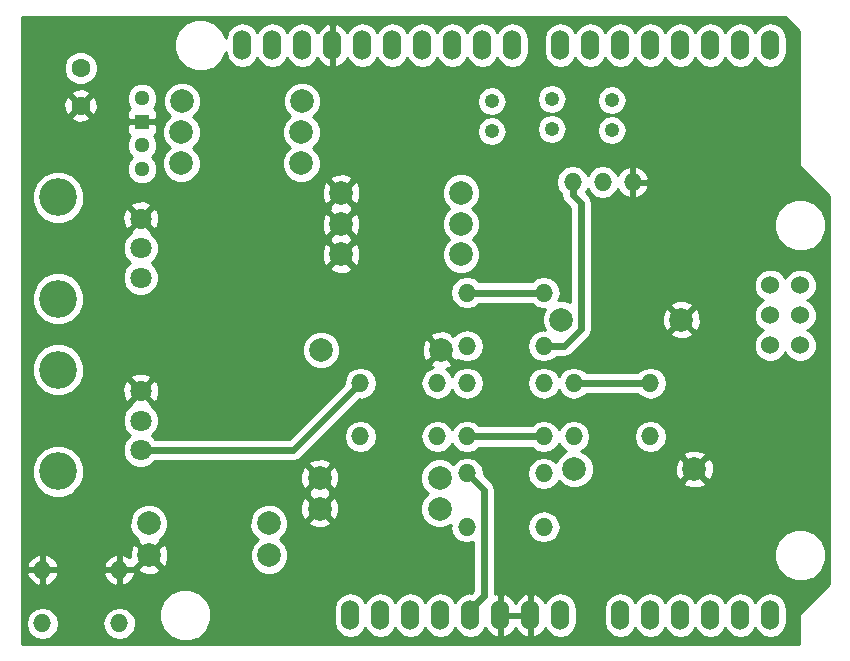
<source format=gbl>
G04 #@! TF.FileFunction,Copper,L2,Bot,Signal*
%FSLAX46Y46*%
G04 Gerber Fmt 4.6, Leading zero omitted, Abs format (unit mm)*
G04 Created by KiCad (PCBNEW 0.201511131146+6311~30~ubuntu14.04.1-product) date sáb 14 nov 2015 21:16:08 CET*
%MOMM*%
G01*
G04 APERTURE LIST*
%ADD10C,0.100000*%
%ADD11O,1.524000X2.540000*%
%ADD12C,1.524000*%
%ADD13C,1.998980*%
%ADD14C,3.200000*%
%ADD15C,1.800000*%
%ADD16O,1.219200X1.219200*%
%ADD17C,1.300480*%
%ADD18R,1.300480X1.300480*%
%ADD19O,1.524000X1.524000*%
%ADD20C,1.600200*%
%ADD21C,0.609600*%
%ADD22C,0.254000*%
G04 APERTURE END LIST*
D10*
D11*
X190470600Y-135229600D03*
X187930600Y-135229600D03*
X185390600Y-135229600D03*
X177770600Y-135229600D03*
X180310600Y-135229600D03*
X182850600Y-135229600D03*
X172690600Y-135229600D03*
X170150600Y-135229600D03*
X167610600Y-135229600D03*
X162530600Y-135229600D03*
X159990600Y-135229600D03*
X190470600Y-86969600D03*
X187930600Y-86969600D03*
X185390600Y-86969600D03*
X182850600Y-86969600D03*
X180310600Y-86969600D03*
X177770600Y-86969600D03*
X175230600Y-86969600D03*
X172690600Y-86969600D03*
X168626600Y-86969600D03*
X166086600Y-86969600D03*
X163546600Y-86969600D03*
X161006600Y-86969600D03*
X158466600Y-86969600D03*
X155926600Y-86969600D03*
X153386600Y-86969600D03*
X150846600Y-86969600D03*
X165070600Y-135229600D03*
X148306600Y-86969600D03*
X145766600Y-86969600D03*
X157450600Y-135229600D03*
X154910600Y-135229600D03*
D12*
X190470600Y-107289600D03*
X193010600Y-107289600D03*
X190470600Y-109829600D03*
X193010600Y-109829600D03*
X190470600Y-112369600D03*
X193010600Y-112369600D03*
D13*
X140614400Y-94348300D03*
X150774400Y-94348300D03*
D14*
X130175000Y-123045000D03*
X130175000Y-114445000D03*
D15*
X137175000Y-118745000D03*
X137175000Y-121245000D03*
X137175000Y-116245000D03*
D16*
X166903479Y-91711408D03*
X166903479Y-94251408D03*
X171983479Y-91505889D03*
X171983479Y-94045889D03*
X177063479Y-91624937D03*
X177063479Y-94164937D03*
D17*
X137276694Y-97454814D03*
X137276694Y-91455334D03*
D18*
X137276694Y-93454314D03*
D17*
X137276694Y-95455834D03*
D19*
X173736000Y-98552000D03*
X176276000Y-98552000D03*
X178816000Y-98552000D03*
D13*
X140677900Y-91681300D03*
X150837900Y-91681300D03*
X162471100Y-123583700D03*
X152311100Y-123583700D03*
X172783500Y-110197900D03*
X182943500Y-110197900D03*
X152438100Y-112763300D03*
X162598100Y-112763300D03*
X162471100Y-126199900D03*
X152311100Y-126199900D03*
X173888400Y-122847100D03*
X184048400Y-122847100D03*
D19*
X164801550Y-123228100D03*
X171303950Y-123228100D03*
X164801550Y-127749300D03*
X171303950Y-127749300D03*
D20*
X132080000Y-92075000D03*
X132080000Y-88900000D03*
D14*
X130175000Y-108440000D03*
X130175000Y-99840000D03*
D15*
X137175000Y-104140000D03*
X137175000Y-106640000D03*
X137175000Y-101640000D03*
D13*
X137858500Y-127457200D03*
X148018500Y-127457200D03*
D19*
X128854200Y-131394200D03*
X135356600Y-131394200D03*
X128854200Y-135915400D03*
X135356600Y-135915400D03*
X164801550Y-115570000D03*
X171303950Y-115570000D03*
X164801550Y-120091200D03*
X171303950Y-120091200D03*
X171303950Y-112433100D03*
X164801550Y-112433100D03*
X171303950Y-107911900D03*
X164801550Y-107911900D03*
X155778200Y-115570000D03*
X162280600Y-115570000D03*
X155778200Y-120091200D03*
X162280600Y-120091200D03*
D13*
X148031200Y-130162300D03*
X137871200Y-130162300D03*
X164287200Y-99453700D03*
X154127200Y-99453700D03*
X164287200Y-102123875D03*
X154127200Y-102123875D03*
X164287200Y-104686100D03*
X154127200Y-104686100D03*
X140614400Y-96977200D03*
X150774400Y-96977200D03*
D19*
X173824900Y-115570000D03*
X180327300Y-115570000D03*
X173824900Y-120091200D03*
X180327300Y-120091200D03*
D21*
X171303950Y-120091200D02*
X164801550Y-120091200D01*
X164801550Y-107911900D02*
X171303950Y-107911900D01*
X171303950Y-112433100D02*
X173004940Y-112433100D01*
X173004940Y-112433100D02*
X174443391Y-110994649D01*
X174443391Y-110994649D02*
X174443391Y-100337021D01*
X174443391Y-100337021D02*
X173736000Y-99629630D01*
X173736000Y-99629630D02*
X173736000Y-98552000D01*
X165070600Y-135229600D02*
X165070600Y-134721600D01*
X165563549Y-123990099D02*
X164801550Y-123228100D01*
X165070600Y-134721600D02*
X166223951Y-133568249D01*
X166223951Y-133568249D02*
X166223951Y-124650501D01*
X166223951Y-124650501D02*
X165563549Y-123990099D01*
X180327300Y-115570000D02*
X173824900Y-115570000D01*
X155778200Y-115570000D02*
X150103200Y-121245000D01*
X150103200Y-121245000D02*
X137175000Y-121245000D01*
D22*
G36*
X192887600Y-85727558D02*
X192887600Y-97129600D01*
X192897606Y-97179010D01*
X192925250Y-97219853D01*
X195427600Y-99697180D01*
X195427600Y-132612702D01*
X192948867Y-135166548D01*
X192921634Y-135208972D01*
X192913006Y-135253717D01*
X192888876Y-137642600D01*
X127101600Y-137642600D01*
X127101600Y-135915400D01*
X127429831Y-135915400D01*
X127536171Y-136450009D01*
X127839003Y-136903228D01*
X128292222Y-137206060D01*
X128826831Y-137312400D01*
X128881569Y-137312400D01*
X129416178Y-137206060D01*
X129869397Y-136903228D01*
X130172229Y-136450009D01*
X130278569Y-135915400D01*
X133932231Y-135915400D01*
X134038571Y-136450009D01*
X134341403Y-136903228D01*
X134794622Y-137206060D01*
X135329231Y-137312400D01*
X135383969Y-137312400D01*
X135918578Y-137206060D01*
X136371797Y-136903228D01*
X136674629Y-136450009D01*
X136780969Y-135915400D01*
X136732105Y-135669743D01*
X138717715Y-135669743D01*
X139055358Y-136486900D01*
X139680011Y-137112645D01*
X140496578Y-137451713D01*
X141380743Y-137452485D01*
X142197900Y-137114842D01*
X142823645Y-136490189D01*
X143162713Y-135673622D01*
X143163485Y-134789457D01*
X143120027Y-134684279D01*
X153513600Y-134684279D01*
X153513600Y-135774921D01*
X153619940Y-136309530D01*
X153922772Y-136762749D01*
X154375991Y-137065581D01*
X154910600Y-137171921D01*
X155445209Y-137065581D01*
X155898428Y-136762749D01*
X156180600Y-136340450D01*
X156462772Y-136762749D01*
X156915991Y-137065581D01*
X157450600Y-137171921D01*
X157985209Y-137065581D01*
X158438428Y-136762749D01*
X158720600Y-136340450D01*
X159002772Y-136762749D01*
X159455991Y-137065581D01*
X159990600Y-137171921D01*
X160525209Y-137065581D01*
X160978428Y-136762749D01*
X161260600Y-136340450D01*
X161542772Y-136762749D01*
X161995991Y-137065581D01*
X162530600Y-137171921D01*
X163065209Y-137065581D01*
X163518428Y-136762749D01*
X163800600Y-136340450D01*
X164082772Y-136762749D01*
X164535991Y-137065581D01*
X165070600Y-137171921D01*
X165605209Y-137065581D01*
X166058428Y-136762749D01*
X166349930Y-136326487D01*
X166368541Y-136389541D01*
X166712574Y-136815230D01*
X167193323Y-137076860D01*
X167267530Y-137091820D01*
X167483600Y-136969320D01*
X167483600Y-135356600D01*
X167737600Y-135356600D01*
X167737600Y-136969320D01*
X167953670Y-137091820D01*
X168027877Y-137076860D01*
X168508626Y-136815230D01*
X168852659Y-136389541D01*
X168880600Y-136294877D01*
X168908541Y-136389541D01*
X169252574Y-136815230D01*
X169733323Y-137076860D01*
X169807530Y-137091820D01*
X170023600Y-136969320D01*
X170023600Y-135356600D01*
X167737600Y-135356600D01*
X167483600Y-135356600D01*
X167463600Y-135356600D01*
X167463600Y-135102600D01*
X167483600Y-135102600D01*
X167483600Y-133489880D01*
X167737600Y-133489880D01*
X167737600Y-135102600D01*
X170023600Y-135102600D01*
X170023600Y-133489880D01*
X170277600Y-133489880D01*
X170277600Y-135102600D01*
X170297600Y-135102600D01*
X170297600Y-135356600D01*
X170277600Y-135356600D01*
X170277600Y-136969320D01*
X170493670Y-137091820D01*
X170567877Y-137076860D01*
X171048626Y-136815230D01*
X171392659Y-136389541D01*
X171411270Y-136326487D01*
X171702772Y-136762749D01*
X172155991Y-137065581D01*
X172690600Y-137171921D01*
X173225209Y-137065581D01*
X173678428Y-136762749D01*
X173981260Y-136309530D01*
X174087600Y-135774921D01*
X174087600Y-134684279D01*
X176373600Y-134684279D01*
X176373600Y-135774921D01*
X176479940Y-136309530D01*
X176782772Y-136762749D01*
X177235991Y-137065581D01*
X177770600Y-137171921D01*
X178305209Y-137065581D01*
X178758428Y-136762749D01*
X179040600Y-136340450D01*
X179322772Y-136762749D01*
X179775991Y-137065581D01*
X180310600Y-137171921D01*
X180845209Y-137065581D01*
X181298428Y-136762749D01*
X181580600Y-136340450D01*
X181862772Y-136762749D01*
X182315991Y-137065581D01*
X182850600Y-137171921D01*
X183385209Y-137065581D01*
X183838428Y-136762749D01*
X184120600Y-136340450D01*
X184402772Y-136762749D01*
X184855991Y-137065581D01*
X185390600Y-137171921D01*
X185925209Y-137065581D01*
X186378428Y-136762749D01*
X186660600Y-136340450D01*
X186942772Y-136762749D01*
X187395991Y-137065581D01*
X187930600Y-137171921D01*
X188465209Y-137065581D01*
X188918428Y-136762749D01*
X189200600Y-136340450D01*
X189482772Y-136762749D01*
X189935991Y-137065581D01*
X190470600Y-137171921D01*
X191005209Y-137065581D01*
X191458428Y-136762749D01*
X191761260Y-136309530D01*
X191867600Y-135774921D01*
X191867600Y-134684279D01*
X191761260Y-134149670D01*
X191458428Y-133696451D01*
X191005209Y-133393619D01*
X190470600Y-133287279D01*
X189935991Y-133393619D01*
X189482772Y-133696451D01*
X189200600Y-134118750D01*
X188918428Y-133696451D01*
X188465209Y-133393619D01*
X187930600Y-133287279D01*
X187395991Y-133393619D01*
X186942772Y-133696451D01*
X186660600Y-134118750D01*
X186378428Y-133696451D01*
X185925209Y-133393619D01*
X185390600Y-133287279D01*
X184855991Y-133393619D01*
X184402772Y-133696451D01*
X184120600Y-134118750D01*
X183838428Y-133696451D01*
X183385209Y-133393619D01*
X182850600Y-133287279D01*
X182315991Y-133393619D01*
X181862772Y-133696451D01*
X181580600Y-134118750D01*
X181298428Y-133696451D01*
X180845209Y-133393619D01*
X180310600Y-133287279D01*
X179775991Y-133393619D01*
X179322772Y-133696451D01*
X179040600Y-134118750D01*
X178758428Y-133696451D01*
X178305209Y-133393619D01*
X177770600Y-133287279D01*
X177235991Y-133393619D01*
X176782772Y-133696451D01*
X176479940Y-134149670D01*
X176373600Y-134684279D01*
X174087600Y-134684279D01*
X173981260Y-134149670D01*
X173678428Y-133696451D01*
X173225209Y-133393619D01*
X172690600Y-133287279D01*
X172155991Y-133393619D01*
X171702772Y-133696451D01*
X171411270Y-134132713D01*
X171392659Y-134069659D01*
X171048626Y-133643970D01*
X170567877Y-133382340D01*
X170493670Y-133367380D01*
X170277600Y-133489880D01*
X170023600Y-133489880D01*
X169807530Y-133367380D01*
X169733323Y-133382340D01*
X169252574Y-133643970D01*
X168908541Y-134069659D01*
X168880600Y-134164323D01*
X168852659Y-134069659D01*
X168508626Y-133643970D01*
X168027877Y-133382340D01*
X167953670Y-133367380D01*
X167737600Y-133489880D01*
X167483600Y-133489880D01*
X167267530Y-133367380D01*
X167193323Y-133382340D01*
X167163751Y-133398433D01*
X167163751Y-130589743D01*
X190787715Y-130589743D01*
X191125358Y-131406900D01*
X191750011Y-132032645D01*
X192566578Y-132371713D01*
X193450743Y-132372485D01*
X194267900Y-132034842D01*
X194893645Y-131410189D01*
X195232713Y-130593622D01*
X195233485Y-129709457D01*
X194895842Y-128892300D01*
X194271189Y-128266555D01*
X193454622Y-127927487D01*
X192570457Y-127926715D01*
X191753300Y-128264358D01*
X191127555Y-128889011D01*
X190788487Y-129705578D01*
X190787715Y-130589743D01*
X167163751Y-130589743D01*
X167163751Y-127749300D01*
X169879581Y-127749300D01*
X169985921Y-128283909D01*
X170288753Y-128737128D01*
X170741972Y-129039960D01*
X171276581Y-129146300D01*
X171331319Y-129146300D01*
X171865928Y-129039960D01*
X172319147Y-128737128D01*
X172621979Y-128283909D01*
X172728319Y-127749300D01*
X172621979Y-127214691D01*
X172319147Y-126761472D01*
X171865928Y-126458640D01*
X171331319Y-126352300D01*
X171276581Y-126352300D01*
X170741972Y-126458640D01*
X170288753Y-126761472D01*
X169985921Y-127214691D01*
X169879581Y-127749300D01*
X167163751Y-127749300D01*
X167163751Y-124650501D01*
X167092213Y-124290855D01*
X166888490Y-123985962D01*
X166210109Y-123307581D01*
X166225919Y-123228100D01*
X166119579Y-122693491D01*
X165816747Y-122240272D01*
X165363528Y-121937440D01*
X164828919Y-121831100D01*
X164774181Y-121831100D01*
X164239572Y-121937440D01*
X163786353Y-122240272D01*
X163647285Y-122448401D01*
X163398173Y-122198854D01*
X162797647Y-121949494D01*
X162147406Y-121948926D01*
X161546445Y-122197238D01*
X161086254Y-122656627D01*
X160836894Y-123257153D01*
X160836326Y-123907394D01*
X161084638Y-124508355D01*
X161467680Y-124892066D01*
X161086254Y-125272827D01*
X160836894Y-125873353D01*
X160836326Y-126523594D01*
X161084638Y-127124555D01*
X161544027Y-127584746D01*
X162144553Y-127834106D01*
X162794794Y-127834674D01*
X163395755Y-127586362D01*
X163413019Y-127569128D01*
X163377181Y-127749300D01*
X163483521Y-128283909D01*
X163786353Y-128737128D01*
X164239572Y-129039960D01*
X164774181Y-129146300D01*
X164828919Y-129146300D01*
X165284151Y-129055749D01*
X165284151Y-133178971D01*
X165158382Y-133304740D01*
X165070600Y-133287279D01*
X164535991Y-133393619D01*
X164082772Y-133696451D01*
X163800600Y-134118750D01*
X163518428Y-133696451D01*
X163065209Y-133393619D01*
X162530600Y-133287279D01*
X161995991Y-133393619D01*
X161542772Y-133696451D01*
X161260600Y-134118750D01*
X160978428Y-133696451D01*
X160525209Y-133393619D01*
X159990600Y-133287279D01*
X159455991Y-133393619D01*
X159002772Y-133696451D01*
X158720600Y-134118750D01*
X158438428Y-133696451D01*
X157985209Y-133393619D01*
X157450600Y-133287279D01*
X156915991Y-133393619D01*
X156462772Y-133696451D01*
X156180600Y-134118750D01*
X155898428Y-133696451D01*
X155445209Y-133393619D01*
X154910600Y-133287279D01*
X154375991Y-133393619D01*
X153922772Y-133696451D01*
X153619940Y-134149670D01*
X153513600Y-134684279D01*
X143120027Y-134684279D01*
X142825842Y-133972300D01*
X142201189Y-133346555D01*
X141384622Y-133007487D01*
X140500457Y-133006715D01*
X139683300Y-133344358D01*
X139057555Y-133969011D01*
X138718487Y-134785578D01*
X138717715Y-135669743D01*
X136732105Y-135669743D01*
X136674629Y-135380791D01*
X136371797Y-134927572D01*
X135918578Y-134624740D01*
X135383969Y-134518400D01*
X135329231Y-134518400D01*
X134794622Y-134624740D01*
X134341403Y-134927572D01*
X134038571Y-135380791D01*
X133932231Y-135915400D01*
X130278569Y-135915400D01*
X130172229Y-135380791D01*
X129869397Y-134927572D01*
X129416178Y-134624740D01*
X128881569Y-134518400D01*
X128826831Y-134518400D01*
X128292222Y-134624740D01*
X127839003Y-134927572D01*
X127536171Y-135380791D01*
X127429831Y-135915400D01*
X127101600Y-135915400D01*
X127101600Y-131737270D01*
X127499980Y-131737270D01*
X127654026Y-132109197D01*
X128019001Y-132514058D01*
X128511128Y-132748431D01*
X128727200Y-132626676D01*
X128727200Y-131521200D01*
X128981200Y-131521200D01*
X128981200Y-132626676D01*
X129197272Y-132748431D01*
X129689399Y-132514058D01*
X130054374Y-132109197D01*
X130208420Y-131737270D01*
X134002380Y-131737270D01*
X134156426Y-132109197D01*
X134521401Y-132514058D01*
X135013528Y-132748431D01*
X135229600Y-132626676D01*
X135229600Y-131521200D01*
X135483600Y-131521200D01*
X135483600Y-132626676D01*
X135699672Y-132748431D01*
X136191799Y-132514058D01*
X136556774Y-132109197D01*
X136710820Y-131737270D01*
X136588320Y-131521200D01*
X135483600Y-131521200D01*
X135229600Y-131521200D01*
X134124880Y-131521200D01*
X134002380Y-131737270D01*
X130208420Y-131737270D01*
X130085920Y-131521200D01*
X128981200Y-131521200D01*
X128727200Y-131521200D01*
X127622480Y-131521200D01*
X127499980Y-131737270D01*
X127101600Y-131737270D01*
X127101600Y-131314463D01*
X136898643Y-131314463D01*
X136997242Y-131581265D01*
X137606782Y-131807701D01*
X138256577Y-131783641D01*
X138745158Y-131581265D01*
X138843757Y-131314463D01*
X137871200Y-130341905D01*
X136898643Y-131314463D01*
X127101600Y-131314463D01*
X127101600Y-131051130D01*
X127499980Y-131051130D01*
X127622480Y-131267200D01*
X128727200Y-131267200D01*
X128727200Y-130161724D01*
X128981200Y-130161724D01*
X128981200Y-131267200D01*
X130085920Y-131267200D01*
X130208420Y-131051130D01*
X134002380Y-131051130D01*
X134124880Y-131267200D01*
X135229600Y-131267200D01*
X135229600Y-130161724D01*
X135483600Y-130161724D01*
X135483600Y-131267200D01*
X136588320Y-131267200D01*
X136672998Y-131117843D01*
X136719037Y-131134857D01*
X137691595Y-130162300D01*
X138050805Y-130162300D01*
X139023363Y-131134857D01*
X139290165Y-131036258D01*
X139516601Y-130426718D01*
X139492541Y-129776923D01*
X139290165Y-129288342D01*
X139023363Y-129189743D01*
X138050805Y-130162300D01*
X137691595Y-130162300D01*
X136719037Y-129189743D01*
X136452235Y-129288342D01*
X136225799Y-129897882D01*
X136241792Y-130329798D01*
X136191799Y-130274342D01*
X135699672Y-130039969D01*
X135483600Y-130161724D01*
X135229600Y-130161724D01*
X135013528Y-130039969D01*
X134521401Y-130274342D01*
X134156426Y-130679203D01*
X134002380Y-131051130D01*
X130208420Y-131051130D01*
X130054374Y-130679203D01*
X129689399Y-130274342D01*
X129197272Y-130039969D01*
X128981200Y-130161724D01*
X128727200Y-130161724D01*
X128511128Y-130039969D01*
X128019001Y-130274342D01*
X127654026Y-130679203D01*
X127499980Y-131051130D01*
X127101600Y-131051130D01*
X127101600Y-127780894D01*
X136223726Y-127780894D01*
X136472038Y-128381855D01*
X136931427Y-128842046D01*
X136956860Y-128852607D01*
X136898643Y-129010137D01*
X137871200Y-129982695D01*
X138843757Y-129010137D01*
X138782357Y-128843992D01*
X138783155Y-128843662D01*
X139243346Y-128384273D01*
X139492706Y-127783747D01*
X139492708Y-127780894D01*
X146383726Y-127780894D01*
X146632038Y-128381855D01*
X147065869Y-128816443D01*
X146646354Y-129235227D01*
X146396994Y-129835753D01*
X146396426Y-130485994D01*
X146644738Y-131086955D01*
X147104127Y-131547146D01*
X147704653Y-131796506D01*
X148354894Y-131797074D01*
X148955855Y-131548762D01*
X149416046Y-131089373D01*
X149665406Y-130488847D01*
X149665974Y-129838606D01*
X149417662Y-129237645D01*
X148983831Y-128803057D01*
X149403346Y-128384273D01*
X149652706Y-127783747D01*
X149653083Y-127352063D01*
X151338543Y-127352063D01*
X151437142Y-127618865D01*
X152046682Y-127845301D01*
X152696477Y-127821241D01*
X153185058Y-127618865D01*
X153283657Y-127352063D01*
X152311100Y-126379505D01*
X151338543Y-127352063D01*
X149653083Y-127352063D01*
X149653274Y-127133506D01*
X149404962Y-126532545D01*
X148945573Y-126072354D01*
X148615949Y-125935482D01*
X150665699Y-125935482D01*
X150689759Y-126585277D01*
X150892135Y-127073858D01*
X151158937Y-127172457D01*
X152131495Y-126199900D01*
X152490705Y-126199900D01*
X153463263Y-127172457D01*
X153730065Y-127073858D01*
X153956501Y-126464318D01*
X153932441Y-125814523D01*
X153730065Y-125325942D01*
X153463263Y-125227343D01*
X152490705Y-126199900D01*
X152131495Y-126199900D01*
X151158937Y-125227343D01*
X150892135Y-125325942D01*
X150665699Y-125935482D01*
X148615949Y-125935482D01*
X148345047Y-125822994D01*
X147694806Y-125822426D01*
X147093845Y-126070738D01*
X146633654Y-126530127D01*
X146384294Y-127130653D01*
X146383726Y-127780894D01*
X139492708Y-127780894D01*
X139493274Y-127133506D01*
X139244962Y-126532545D01*
X138785573Y-126072354D01*
X138185047Y-125822994D01*
X137534806Y-125822426D01*
X136933845Y-126070738D01*
X136473654Y-126530127D01*
X136224294Y-127130653D01*
X136223726Y-127780894D01*
X127101600Y-127780894D01*
X127101600Y-123487619D01*
X127939613Y-123487619D01*
X128279155Y-124309372D01*
X128907321Y-124938636D01*
X129728481Y-125279611D01*
X130617619Y-125280387D01*
X131439372Y-124940845D01*
X131644712Y-124735863D01*
X151338543Y-124735863D01*
X151396171Y-124891800D01*
X151338543Y-125047737D01*
X152311100Y-126020295D01*
X153283657Y-125047737D01*
X153226029Y-124891800D01*
X153283657Y-124735863D01*
X152311100Y-123763305D01*
X151338543Y-124735863D01*
X131644712Y-124735863D01*
X132068636Y-124312679D01*
X132409611Y-123491519D01*
X132409761Y-123319282D01*
X150665699Y-123319282D01*
X150689759Y-123969077D01*
X150892135Y-124457658D01*
X151158937Y-124556257D01*
X152131495Y-123583700D01*
X152490705Y-123583700D01*
X153463263Y-124556257D01*
X153730065Y-124457658D01*
X153956501Y-123848118D01*
X153932441Y-123198323D01*
X153730065Y-122709742D01*
X153463263Y-122611143D01*
X152490705Y-123583700D01*
X152131495Y-123583700D01*
X151158937Y-122611143D01*
X150892135Y-122709742D01*
X150665699Y-123319282D01*
X132409761Y-123319282D01*
X132410387Y-122602381D01*
X132070845Y-121780628D01*
X131442679Y-121151364D01*
X130621519Y-120810389D01*
X129732381Y-120809613D01*
X128910628Y-121149155D01*
X128281364Y-121777321D01*
X127940389Y-122598481D01*
X127939613Y-123487619D01*
X127101600Y-123487619D01*
X127101600Y-119048991D01*
X135639735Y-119048991D01*
X135872932Y-119613371D01*
X136254182Y-119995288D01*
X135874449Y-120374357D01*
X135640267Y-120938330D01*
X135639735Y-121548991D01*
X135872932Y-122113371D01*
X136304357Y-122545551D01*
X136868330Y-122779733D01*
X137478991Y-122780265D01*
X138043371Y-122547068D01*
X138159104Y-122431537D01*
X151338543Y-122431537D01*
X152311100Y-123404095D01*
X153283657Y-122431537D01*
X153185058Y-122164735D01*
X152575518Y-121938299D01*
X151925723Y-121962359D01*
X151437142Y-122164735D01*
X151338543Y-122431537D01*
X138159104Y-122431537D01*
X138406273Y-122184800D01*
X150103200Y-122184800D01*
X150462846Y-122113262D01*
X150767739Y-121909539D01*
X152586078Y-120091200D01*
X154353831Y-120091200D01*
X154460171Y-120625809D01*
X154763003Y-121079028D01*
X155216222Y-121381860D01*
X155750831Y-121488200D01*
X155805569Y-121488200D01*
X156340178Y-121381860D01*
X156793397Y-121079028D01*
X157096229Y-120625809D01*
X157202569Y-120091200D01*
X160856231Y-120091200D01*
X160962571Y-120625809D01*
X161265403Y-121079028D01*
X161718622Y-121381860D01*
X162253231Y-121488200D01*
X162307969Y-121488200D01*
X162842578Y-121381860D01*
X163295797Y-121079028D01*
X163541075Y-120711944D01*
X163786353Y-121079028D01*
X164239572Y-121381860D01*
X164774181Y-121488200D01*
X164828919Y-121488200D01*
X165363528Y-121381860D01*
X165816747Y-121079028D01*
X165848838Y-121031000D01*
X170256662Y-121031000D01*
X170288753Y-121079028D01*
X170741972Y-121381860D01*
X171276581Y-121488200D01*
X171331319Y-121488200D01*
X171865928Y-121381860D01*
X172319147Y-121079028D01*
X172564425Y-120711944D01*
X172809703Y-121079028D01*
X173221457Y-121354154D01*
X172963745Y-121460638D01*
X172503554Y-121920027D01*
X172350866Y-122287742D01*
X172319147Y-122240272D01*
X171865928Y-121937440D01*
X171331319Y-121831100D01*
X171276581Y-121831100D01*
X170741972Y-121937440D01*
X170288753Y-122240272D01*
X169985921Y-122693491D01*
X169879581Y-123228100D01*
X169985921Y-123762709D01*
X170288753Y-124215928D01*
X170741972Y-124518760D01*
X171276581Y-124625100D01*
X171331319Y-124625100D01*
X171865928Y-124518760D01*
X172319147Y-124215928D01*
X172570226Y-123840162D01*
X172961327Y-124231946D01*
X173561853Y-124481306D01*
X174212094Y-124481874D01*
X174813055Y-124233562D01*
X175047763Y-123999263D01*
X183075843Y-123999263D01*
X183174442Y-124266065D01*
X183783982Y-124492501D01*
X184433777Y-124468441D01*
X184922358Y-124266065D01*
X185020957Y-123999263D01*
X184048400Y-123026705D01*
X183075843Y-123999263D01*
X175047763Y-123999263D01*
X175273246Y-123774173D01*
X175522606Y-123173647D01*
X175523122Y-122582682D01*
X182402999Y-122582682D01*
X182427059Y-123232477D01*
X182629435Y-123721058D01*
X182896237Y-123819657D01*
X183868795Y-122847100D01*
X184228005Y-122847100D01*
X185200563Y-123819657D01*
X185467365Y-123721058D01*
X185693801Y-123111518D01*
X185669741Y-122461723D01*
X185467365Y-121973142D01*
X185200563Y-121874543D01*
X184228005Y-122847100D01*
X183868795Y-122847100D01*
X182896237Y-121874543D01*
X182629435Y-121973142D01*
X182402999Y-122582682D01*
X175523122Y-122582682D01*
X175523174Y-122523406D01*
X175274862Y-121922445D01*
X175047751Y-121694937D01*
X183075843Y-121694937D01*
X184048400Y-122667495D01*
X185020957Y-121694937D01*
X184922358Y-121428135D01*
X184312818Y-121201699D01*
X183663023Y-121225759D01*
X183174442Y-121428135D01*
X183075843Y-121694937D01*
X175047751Y-121694937D01*
X174815473Y-121462254D01*
X174476939Y-121321683D01*
X174840097Y-121079028D01*
X175142929Y-120625809D01*
X175249269Y-120091200D01*
X178902931Y-120091200D01*
X179009271Y-120625809D01*
X179312103Y-121079028D01*
X179765322Y-121381860D01*
X180299931Y-121488200D01*
X180354669Y-121488200D01*
X180889278Y-121381860D01*
X181342497Y-121079028D01*
X181645329Y-120625809D01*
X181751669Y-120091200D01*
X181645329Y-119556591D01*
X181342497Y-119103372D01*
X180889278Y-118800540D01*
X180354669Y-118694200D01*
X180299931Y-118694200D01*
X179765322Y-118800540D01*
X179312103Y-119103372D01*
X179009271Y-119556591D01*
X178902931Y-120091200D01*
X175249269Y-120091200D01*
X175142929Y-119556591D01*
X174840097Y-119103372D01*
X174386878Y-118800540D01*
X173852269Y-118694200D01*
X173797531Y-118694200D01*
X173262922Y-118800540D01*
X172809703Y-119103372D01*
X172564425Y-119470456D01*
X172319147Y-119103372D01*
X171865928Y-118800540D01*
X171331319Y-118694200D01*
X171276581Y-118694200D01*
X170741972Y-118800540D01*
X170288753Y-119103372D01*
X170256662Y-119151400D01*
X165848838Y-119151400D01*
X165816747Y-119103372D01*
X165363528Y-118800540D01*
X164828919Y-118694200D01*
X164774181Y-118694200D01*
X164239572Y-118800540D01*
X163786353Y-119103372D01*
X163541075Y-119470456D01*
X163295797Y-119103372D01*
X162842578Y-118800540D01*
X162307969Y-118694200D01*
X162253231Y-118694200D01*
X161718622Y-118800540D01*
X161265403Y-119103372D01*
X160962571Y-119556591D01*
X160856231Y-120091200D01*
X157202569Y-120091200D01*
X157096229Y-119556591D01*
X156793397Y-119103372D01*
X156340178Y-118800540D01*
X155805569Y-118694200D01*
X155750831Y-118694200D01*
X155216222Y-118800540D01*
X154763003Y-119103372D01*
X154460171Y-119556591D01*
X154353831Y-120091200D01*
X152586078Y-120091200D01*
X155717006Y-116960272D01*
X155750831Y-116967000D01*
X155805569Y-116967000D01*
X156340178Y-116860660D01*
X156793397Y-116557828D01*
X157096229Y-116104609D01*
X157202569Y-115570000D01*
X160856231Y-115570000D01*
X160962571Y-116104609D01*
X161265403Y-116557828D01*
X161718622Y-116860660D01*
X162253231Y-116967000D01*
X162307969Y-116967000D01*
X162842578Y-116860660D01*
X163295797Y-116557828D01*
X163541075Y-116190744D01*
X163786353Y-116557828D01*
X164239572Y-116860660D01*
X164774181Y-116967000D01*
X164828919Y-116967000D01*
X165363528Y-116860660D01*
X165816747Y-116557828D01*
X166119579Y-116104609D01*
X166225919Y-115570000D01*
X169879581Y-115570000D01*
X169985921Y-116104609D01*
X170288753Y-116557828D01*
X170741972Y-116860660D01*
X171276581Y-116967000D01*
X171331319Y-116967000D01*
X171865928Y-116860660D01*
X172319147Y-116557828D01*
X172564425Y-116190744D01*
X172809703Y-116557828D01*
X173262922Y-116860660D01*
X173797531Y-116967000D01*
X173852269Y-116967000D01*
X174386878Y-116860660D01*
X174840097Y-116557828D01*
X174872188Y-116509800D01*
X179280012Y-116509800D01*
X179312103Y-116557828D01*
X179765322Y-116860660D01*
X180299931Y-116967000D01*
X180354669Y-116967000D01*
X180889278Y-116860660D01*
X181342497Y-116557828D01*
X181645329Y-116104609D01*
X181751669Y-115570000D01*
X181645329Y-115035391D01*
X181342497Y-114582172D01*
X180889278Y-114279340D01*
X180354669Y-114173000D01*
X180299931Y-114173000D01*
X179765322Y-114279340D01*
X179312103Y-114582172D01*
X179280012Y-114630200D01*
X174872188Y-114630200D01*
X174840097Y-114582172D01*
X174386878Y-114279340D01*
X173852269Y-114173000D01*
X173797531Y-114173000D01*
X173262922Y-114279340D01*
X172809703Y-114582172D01*
X172564425Y-114949256D01*
X172319147Y-114582172D01*
X171865928Y-114279340D01*
X171331319Y-114173000D01*
X171276581Y-114173000D01*
X170741972Y-114279340D01*
X170288753Y-114582172D01*
X169985921Y-115035391D01*
X169879581Y-115570000D01*
X166225919Y-115570000D01*
X166119579Y-115035391D01*
X165816747Y-114582172D01*
X165363528Y-114279340D01*
X164828919Y-114173000D01*
X164774181Y-114173000D01*
X164239572Y-114279340D01*
X163786353Y-114582172D01*
X163541075Y-114949256D01*
X163295797Y-114582172D01*
X162993783Y-114380372D01*
X163472058Y-114182265D01*
X163570657Y-113915463D01*
X162598100Y-112942905D01*
X161625543Y-113915463D01*
X161724142Y-114182265D01*
X161892405Y-114244773D01*
X161718622Y-114279340D01*
X161265403Y-114582172D01*
X160962571Y-115035391D01*
X160856231Y-115570000D01*
X157202569Y-115570000D01*
X157096229Y-115035391D01*
X156793397Y-114582172D01*
X156340178Y-114279340D01*
X155805569Y-114173000D01*
X155750831Y-114173000D01*
X155216222Y-114279340D01*
X154763003Y-114582172D01*
X154460171Y-115035391D01*
X154353831Y-115570000D01*
X154369641Y-115649481D01*
X149713922Y-120305200D01*
X138405764Y-120305200D01*
X138095818Y-119994712D01*
X138475551Y-119615643D01*
X138709733Y-119051670D01*
X138710265Y-118441009D01*
X138477068Y-117876629D01*
X138045643Y-117444449D01*
X138036628Y-117440706D01*
X138075554Y-117325159D01*
X137175000Y-116424605D01*
X136274446Y-117325159D01*
X136313207Y-117440214D01*
X136306629Y-117442932D01*
X135874449Y-117874357D01*
X135640267Y-118438330D01*
X135639735Y-119048991D01*
X127101600Y-119048991D01*
X127101600Y-114887619D01*
X127939613Y-114887619D01*
X128279155Y-115709372D01*
X128907321Y-116338636D01*
X129728481Y-116679611D01*
X130617619Y-116680387D01*
X131439372Y-116340845D01*
X131776469Y-116004336D01*
X135628542Y-116004336D01*
X135654161Y-116614460D01*
X135838357Y-117059148D01*
X136094841Y-117145554D01*
X136995395Y-116245000D01*
X137354605Y-116245000D01*
X138255159Y-117145554D01*
X138511643Y-117059148D01*
X138721458Y-116485664D01*
X138695839Y-115875540D01*
X138511643Y-115430852D01*
X138255159Y-115344446D01*
X137354605Y-116245000D01*
X136995395Y-116245000D01*
X136094841Y-115344446D01*
X135838357Y-115430852D01*
X135628542Y-116004336D01*
X131776469Y-116004336D01*
X132068636Y-115712679D01*
X132296117Y-115164841D01*
X136274446Y-115164841D01*
X137175000Y-116065395D01*
X138075554Y-115164841D01*
X137989148Y-114908357D01*
X137415664Y-114698542D01*
X136805540Y-114724161D01*
X136360852Y-114908357D01*
X136274446Y-115164841D01*
X132296117Y-115164841D01*
X132409611Y-114891519D01*
X132410387Y-114002381D01*
X132070845Y-113180628D01*
X131977375Y-113086994D01*
X150803326Y-113086994D01*
X151051638Y-113687955D01*
X151511027Y-114148146D01*
X152111553Y-114397506D01*
X152761794Y-114398074D01*
X153362755Y-114149762D01*
X153822946Y-113690373D01*
X154072306Y-113089847D01*
X154072822Y-112498882D01*
X160952699Y-112498882D01*
X160976759Y-113148677D01*
X161179135Y-113637258D01*
X161445937Y-113735857D01*
X162418495Y-112763300D01*
X161445937Y-111790743D01*
X161179135Y-111889342D01*
X160952699Y-112498882D01*
X154072822Y-112498882D01*
X154072874Y-112439606D01*
X153824562Y-111838645D01*
X153597451Y-111611137D01*
X161625543Y-111611137D01*
X162598100Y-112583695D01*
X162612242Y-112569552D01*
X162791848Y-112749158D01*
X162777705Y-112763300D01*
X163750263Y-113735857D01*
X164017065Y-113637258D01*
X164035568Y-113587449D01*
X164239572Y-113723760D01*
X164774181Y-113830100D01*
X164828919Y-113830100D01*
X165363528Y-113723760D01*
X165816747Y-113420928D01*
X166119579Y-112967709D01*
X166225919Y-112433100D01*
X166119579Y-111898491D01*
X165816747Y-111445272D01*
X165363528Y-111142440D01*
X164828919Y-111036100D01*
X164774181Y-111036100D01*
X164239572Y-111142440D01*
X163786353Y-111445272D01*
X163725071Y-111536987D01*
X163684938Y-111496854D01*
X163570656Y-111611136D01*
X163472058Y-111344335D01*
X162862518Y-111117899D01*
X162212723Y-111141959D01*
X161724142Y-111344335D01*
X161625543Y-111611137D01*
X153597451Y-111611137D01*
X153365173Y-111378454D01*
X152764647Y-111129094D01*
X152114406Y-111128526D01*
X151513445Y-111376838D01*
X151053254Y-111836227D01*
X150803894Y-112436753D01*
X150803326Y-113086994D01*
X131977375Y-113086994D01*
X131442679Y-112551364D01*
X130621519Y-112210389D01*
X129732381Y-112209613D01*
X128910628Y-112549155D01*
X128281364Y-113177321D01*
X127940389Y-113998481D01*
X127939613Y-114887619D01*
X127101600Y-114887619D01*
X127101600Y-108882619D01*
X127939613Y-108882619D01*
X128279155Y-109704372D01*
X128907321Y-110333636D01*
X129728481Y-110674611D01*
X130617619Y-110675387D01*
X131439372Y-110335845D01*
X132068636Y-109707679D01*
X132409611Y-108886519D01*
X132410387Y-107997381D01*
X132070845Y-107175628D01*
X131442679Y-106546364D01*
X130621519Y-106205389D01*
X129732381Y-106204613D01*
X128910628Y-106544155D01*
X128281364Y-107172321D01*
X127940389Y-107993481D01*
X127939613Y-108882619D01*
X127101600Y-108882619D01*
X127101600Y-104443991D01*
X135639735Y-104443991D01*
X135872932Y-105008371D01*
X136254182Y-105390288D01*
X135874449Y-105769357D01*
X135640267Y-106333330D01*
X135639735Y-106943991D01*
X135872932Y-107508371D01*
X136304357Y-107940551D01*
X136868330Y-108174733D01*
X137478991Y-108175265D01*
X138043371Y-107942068D01*
X138073591Y-107911900D01*
X163377181Y-107911900D01*
X163483521Y-108446509D01*
X163786353Y-108899728D01*
X164239572Y-109202560D01*
X164774181Y-109308900D01*
X164828919Y-109308900D01*
X165363528Y-109202560D01*
X165816747Y-108899728D01*
X165848838Y-108851700D01*
X170256662Y-108851700D01*
X170288753Y-108899728D01*
X170741972Y-109202560D01*
X171276581Y-109308900D01*
X171331319Y-109308900D01*
X171387484Y-109297728D01*
X171149294Y-109871353D01*
X171148726Y-110521594D01*
X171364002Y-111042601D01*
X171331319Y-111036100D01*
X171276581Y-111036100D01*
X170741972Y-111142440D01*
X170288753Y-111445272D01*
X169985921Y-111898491D01*
X169879581Y-112433100D01*
X169985921Y-112967709D01*
X170288753Y-113420928D01*
X170741972Y-113723760D01*
X171276581Y-113830100D01*
X171331319Y-113830100D01*
X171865928Y-113723760D01*
X172319147Y-113420928D01*
X172351238Y-113372900D01*
X173004940Y-113372900D01*
X173364586Y-113301362D01*
X173669479Y-113097639D01*
X175107930Y-111659188D01*
X175311653Y-111354295D01*
X175312494Y-111350063D01*
X181970943Y-111350063D01*
X182069542Y-111616865D01*
X182679082Y-111843301D01*
X183328877Y-111819241D01*
X183817458Y-111616865D01*
X183916057Y-111350063D01*
X182943500Y-110377505D01*
X181970943Y-111350063D01*
X175312494Y-111350063D01*
X175383191Y-110994649D01*
X175383191Y-109933482D01*
X181298099Y-109933482D01*
X181322159Y-110583277D01*
X181524535Y-111071858D01*
X181791337Y-111170457D01*
X182763895Y-110197900D01*
X183123105Y-110197900D01*
X184095663Y-111170457D01*
X184362465Y-111071858D01*
X184588901Y-110462318D01*
X184564841Y-109812523D01*
X184362465Y-109323942D01*
X184095663Y-109225343D01*
X183123105Y-110197900D01*
X182763895Y-110197900D01*
X181791337Y-109225343D01*
X181524535Y-109323942D01*
X181298099Y-109933482D01*
X175383191Y-109933482D01*
X175383191Y-109045737D01*
X181970943Y-109045737D01*
X182943500Y-110018295D01*
X183916057Y-109045737D01*
X183817458Y-108778935D01*
X183207918Y-108552499D01*
X182558123Y-108576559D01*
X182069542Y-108778935D01*
X181970943Y-109045737D01*
X175383191Y-109045737D01*
X175383191Y-107566261D01*
X189073358Y-107566261D01*
X189285590Y-108079903D01*
X189678230Y-108473229D01*
X189886112Y-108559549D01*
X189680297Y-108644590D01*
X189286971Y-109037230D01*
X189073843Y-109550500D01*
X189073358Y-110106261D01*
X189285590Y-110619903D01*
X189678230Y-111013229D01*
X189886112Y-111099549D01*
X189680297Y-111184590D01*
X189286971Y-111577230D01*
X189073843Y-112090500D01*
X189073358Y-112646261D01*
X189285590Y-113159903D01*
X189678230Y-113553229D01*
X190191500Y-113766357D01*
X190747261Y-113766842D01*
X191260903Y-113554610D01*
X191654229Y-113161970D01*
X191740549Y-112954088D01*
X191825590Y-113159903D01*
X192218230Y-113553229D01*
X192731500Y-113766357D01*
X193287261Y-113766842D01*
X193800903Y-113554610D01*
X194194229Y-113161970D01*
X194407357Y-112648700D01*
X194407842Y-112092939D01*
X194195610Y-111579297D01*
X193802970Y-111185971D01*
X193595088Y-111099651D01*
X193800903Y-111014610D01*
X194194229Y-110621970D01*
X194407357Y-110108700D01*
X194407842Y-109552939D01*
X194195610Y-109039297D01*
X193802970Y-108645971D01*
X193595088Y-108559651D01*
X193800903Y-108474610D01*
X194194229Y-108081970D01*
X194407357Y-107568700D01*
X194407842Y-107012939D01*
X194195610Y-106499297D01*
X193802970Y-106105971D01*
X193289700Y-105892843D01*
X192733939Y-105892358D01*
X192220297Y-106104590D01*
X191826971Y-106497230D01*
X191740651Y-106705112D01*
X191655610Y-106499297D01*
X191262970Y-106105971D01*
X190749700Y-105892843D01*
X190193939Y-105892358D01*
X189680297Y-106104590D01*
X189286971Y-106497230D01*
X189073843Y-107010500D01*
X189073358Y-107566261D01*
X175383191Y-107566261D01*
X175383191Y-102649743D01*
X190787715Y-102649743D01*
X191125358Y-103466900D01*
X191750011Y-104092645D01*
X192566578Y-104431713D01*
X193450743Y-104432485D01*
X194267900Y-104094842D01*
X194893645Y-103470189D01*
X195232713Y-102653622D01*
X195233485Y-101769457D01*
X194895842Y-100952300D01*
X194271189Y-100326555D01*
X193454622Y-99987487D01*
X192570457Y-99986715D01*
X191753300Y-100324358D01*
X191127555Y-100949011D01*
X190788487Y-101765578D01*
X190787715Y-102649743D01*
X175383191Y-102649743D01*
X175383191Y-100337021D01*
X175311653Y-99977375D01*
X175107930Y-99672482D01*
X174835507Y-99400059D01*
X175006000Y-99144898D01*
X175288172Y-99567197D01*
X175741391Y-99870029D01*
X176276000Y-99976369D01*
X176810609Y-99870029D01*
X177263828Y-99567197D01*
X177566287Y-99114536D01*
X177696142Y-99387199D01*
X178101003Y-99752174D01*
X178472930Y-99906220D01*
X178689000Y-99783720D01*
X178689000Y-98679000D01*
X178943000Y-98679000D01*
X178943000Y-99783720D01*
X179159070Y-99906220D01*
X179530997Y-99752174D01*
X179935858Y-99387199D01*
X180170231Y-98895072D01*
X180048476Y-98679000D01*
X178943000Y-98679000D01*
X178689000Y-98679000D01*
X178669000Y-98679000D01*
X178669000Y-98425000D01*
X178689000Y-98425000D01*
X178689000Y-97320280D01*
X178943000Y-97320280D01*
X178943000Y-98425000D01*
X180048476Y-98425000D01*
X180170231Y-98208928D01*
X179935858Y-97716801D01*
X179530997Y-97351826D01*
X179159070Y-97197780D01*
X178943000Y-97320280D01*
X178689000Y-97320280D01*
X178472930Y-97197780D01*
X178101003Y-97351826D01*
X177696142Y-97716801D01*
X177566287Y-97989464D01*
X177263828Y-97536803D01*
X176810609Y-97233971D01*
X176276000Y-97127631D01*
X175741391Y-97233971D01*
X175288172Y-97536803D01*
X175006000Y-97959102D01*
X174723828Y-97536803D01*
X174270609Y-97233971D01*
X173736000Y-97127631D01*
X173201391Y-97233971D01*
X172748172Y-97536803D01*
X172445340Y-97990022D01*
X172339000Y-98524631D01*
X172339000Y-98579369D01*
X172445340Y-99113978D01*
X172748172Y-99567197D01*
X172796200Y-99599288D01*
X172796200Y-99629630D01*
X172867738Y-99989276D01*
X173071461Y-100294169D01*
X173503591Y-100726299D01*
X173503591Y-108727108D01*
X173110047Y-108563694D01*
X172544009Y-108563200D01*
X172621979Y-108446509D01*
X172728319Y-107911900D01*
X172621979Y-107377291D01*
X172319147Y-106924072D01*
X171865928Y-106621240D01*
X171331319Y-106514900D01*
X171276581Y-106514900D01*
X170741972Y-106621240D01*
X170288753Y-106924072D01*
X170256662Y-106972100D01*
X165848838Y-106972100D01*
X165816747Y-106924072D01*
X165363528Y-106621240D01*
X164828919Y-106514900D01*
X164774181Y-106514900D01*
X164239572Y-106621240D01*
X163786353Y-106924072D01*
X163483521Y-107377291D01*
X163377181Y-107911900D01*
X138073591Y-107911900D01*
X138475551Y-107510643D01*
X138709733Y-106946670D01*
X138710265Y-106336009D01*
X138504601Y-105838263D01*
X153154643Y-105838263D01*
X153253242Y-106105065D01*
X153862782Y-106331501D01*
X154512577Y-106307441D01*
X155001158Y-106105065D01*
X155099757Y-105838263D01*
X154127200Y-104865705D01*
X153154643Y-105838263D01*
X138504601Y-105838263D01*
X138477068Y-105771629D01*
X138095818Y-105389712D01*
X138475551Y-105010643D01*
X138709733Y-104446670D01*
X138709754Y-104421682D01*
X152481799Y-104421682D01*
X152505859Y-105071477D01*
X152708235Y-105560058D01*
X152975037Y-105658657D01*
X153947595Y-104686100D01*
X154306805Y-104686100D01*
X155279363Y-105658657D01*
X155546165Y-105560058D01*
X155772601Y-104950518D01*
X155748541Y-104300723D01*
X155546165Y-103812142D01*
X155279363Y-103713543D01*
X154306805Y-104686100D01*
X153947595Y-104686100D01*
X152975037Y-103713543D01*
X152708235Y-103812142D01*
X152481799Y-104421682D01*
X138709754Y-104421682D01*
X138710265Y-103836009D01*
X138478890Y-103276038D01*
X153154643Y-103276038D01*
X153202297Y-103404988D01*
X153154643Y-103533937D01*
X154127200Y-104506495D01*
X155099757Y-103533937D01*
X155052103Y-103404988D01*
X155099757Y-103276038D01*
X154127200Y-102303480D01*
X153154643Y-103276038D01*
X138478890Y-103276038D01*
X138477068Y-103271629D01*
X138045643Y-102839449D01*
X138036628Y-102835706D01*
X138075554Y-102720159D01*
X137175000Y-101819605D01*
X136274446Y-102720159D01*
X136313207Y-102835214D01*
X136306629Y-102837932D01*
X135874449Y-103269357D01*
X135640267Y-103833330D01*
X135639735Y-104443991D01*
X127101600Y-104443991D01*
X127101600Y-100282619D01*
X127939613Y-100282619D01*
X128279155Y-101104372D01*
X128907321Y-101733636D01*
X129728481Y-102074611D01*
X130617619Y-102075387D01*
X131439372Y-101735845D01*
X131776469Y-101399336D01*
X135628542Y-101399336D01*
X135654161Y-102009460D01*
X135838357Y-102454148D01*
X136094841Y-102540554D01*
X136995395Y-101640000D01*
X137354605Y-101640000D01*
X138255159Y-102540554D01*
X138511643Y-102454148D01*
X138721458Y-101880664D01*
X138720568Y-101859457D01*
X152481799Y-101859457D01*
X152505859Y-102509252D01*
X152708235Y-102997833D01*
X152975037Y-103096432D01*
X153947595Y-102123875D01*
X154306805Y-102123875D01*
X155279363Y-103096432D01*
X155546165Y-102997833D01*
X155772601Y-102388293D01*
X155748541Y-101738498D01*
X155546165Y-101249917D01*
X155279363Y-101151318D01*
X154306805Y-102123875D01*
X153947595Y-102123875D01*
X152975037Y-101151318D01*
X152708235Y-101249917D01*
X152481799Y-101859457D01*
X138720568Y-101859457D01*
X138695839Y-101270540D01*
X138511643Y-100825852D01*
X138255159Y-100739446D01*
X137354605Y-101640000D01*
X136995395Y-101640000D01*
X136094841Y-100739446D01*
X135838357Y-100825852D01*
X135628542Y-101399336D01*
X131776469Y-101399336D01*
X132068636Y-101107679D01*
X132296117Y-100559841D01*
X136274446Y-100559841D01*
X137175000Y-101460395D01*
X138029532Y-100605863D01*
X153154643Y-100605863D01*
X153222244Y-100788788D01*
X153154643Y-100971712D01*
X154127200Y-101944270D01*
X155099757Y-100971712D01*
X155032156Y-100788788D01*
X155099757Y-100605863D01*
X154127200Y-99633305D01*
X153154643Y-100605863D01*
X138029532Y-100605863D01*
X138075554Y-100559841D01*
X137989148Y-100303357D01*
X137415664Y-100093542D01*
X136805540Y-100119161D01*
X136360852Y-100303357D01*
X136274446Y-100559841D01*
X132296117Y-100559841D01*
X132409611Y-100286519D01*
X132410387Y-99397381D01*
X132324403Y-99189282D01*
X152481799Y-99189282D01*
X152505859Y-99839077D01*
X152708235Y-100327658D01*
X152975037Y-100426257D01*
X153947595Y-99453700D01*
X154306805Y-99453700D01*
X155279363Y-100426257D01*
X155546165Y-100327658D01*
X155750580Y-99777394D01*
X162652426Y-99777394D01*
X162900738Y-100378355D01*
X163310767Y-100789100D01*
X162902354Y-101196802D01*
X162652994Y-101797328D01*
X162652426Y-102447569D01*
X162900738Y-103048530D01*
X163256793Y-103405206D01*
X162902354Y-103759027D01*
X162652994Y-104359553D01*
X162652426Y-105009794D01*
X162900738Y-105610755D01*
X163360127Y-106070946D01*
X163960653Y-106320306D01*
X164610894Y-106320874D01*
X165211855Y-106072562D01*
X165672046Y-105613173D01*
X165921406Y-105012647D01*
X165921974Y-104362406D01*
X165673662Y-103761445D01*
X165317607Y-103404769D01*
X165672046Y-103050948D01*
X165921406Y-102450422D01*
X165921974Y-101800181D01*
X165673662Y-101199220D01*
X165263633Y-100788475D01*
X165672046Y-100380773D01*
X165921406Y-99780247D01*
X165921974Y-99130006D01*
X165673662Y-98529045D01*
X165214273Y-98068854D01*
X164613747Y-97819494D01*
X163963506Y-97818926D01*
X163362545Y-98067238D01*
X162902354Y-98526627D01*
X162652994Y-99127153D01*
X162652426Y-99777394D01*
X155750580Y-99777394D01*
X155772601Y-99718118D01*
X155748541Y-99068323D01*
X155546165Y-98579742D01*
X155279363Y-98481143D01*
X154306805Y-99453700D01*
X153947595Y-99453700D01*
X152975037Y-98481143D01*
X152708235Y-98579742D01*
X152481799Y-99189282D01*
X132324403Y-99189282D01*
X132070845Y-98575628D01*
X131442679Y-97946364D01*
X130621519Y-97605389D01*
X129732381Y-97604613D01*
X128910628Y-97944155D01*
X128281364Y-98572321D01*
X127940389Y-99393481D01*
X127939613Y-100282619D01*
X127101600Y-100282619D01*
X127101600Y-95710362D01*
X135991232Y-95710362D01*
X136186486Y-96182913D01*
X136458580Y-96455482D01*
X136187756Y-96725834D01*
X135991678Y-97198042D01*
X135991232Y-97709342D01*
X136186486Y-98181893D01*
X136547714Y-98543752D01*
X137019922Y-98739830D01*
X137531222Y-98740276D01*
X138003773Y-98545022D01*
X138365632Y-98183794D01*
X138561710Y-97711586D01*
X138562156Y-97200286D01*
X138366902Y-96727735D01*
X138094808Y-96455166D01*
X138365632Y-96184814D01*
X138561710Y-95712606D01*
X138562156Y-95201306D01*
X138366902Y-94728755D01*
X138310241Y-94671994D01*
X138979626Y-94671994D01*
X139227938Y-95272955D01*
X139617330Y-95663027D01*
X139229554Y-96050127D01*
X138980194Y-96650653D01*
X138979626Y-97300894D01*
X139227938Y-97901855D01*
X139687327Y-98362046D01*
X140287853Y-98611406D01*
X140938094Y-98611974D01*
X141539055Y-98363662D01*
X141999246Y-97904273D01*
X142248606Y-97303747D01*
X142249174Y-96653506D01*
X142000862Y-96052545D01*
X141611470Y-95662473D01*
X141999246Y-95275373D01*
X142248606Y-94674847D01*
X142248608Y-94671994D01*
X149139626Y-94671994D01*
X149387938Y-95272955D01*
X149777330Y-95663027D01*
X149389554Y-96050127D01*
X149140194Y-96650653D01*
X149139626Y-97300894D01*
X149387938Y-97901855D01*
X149847327Y-98362046D01*
X150447853Y-98611406D01*
X151098094Y-98611974D01*
X151699055Y-98363662D01*
X151761288Y-98301537D01*
X153154643Y-98301537D01*
X154127200Y-99274095D01*
X155099757Y-98301537D01*
X155001158Y-98034735D01*
X154391618Y-97808299D01*
X153741823Y-97832359D01*
X153253242Y-98034735D01*
X153154643Y-98301537D01*
X151761288Y-98301537D01*
X152159246Y-97904273D01*
X152408606Y-97303747D01*
X152409174Y-96653506D01*
X152160862Y-96052545D01*
X151771470Y-95662473D01*
X152159246Y-95275373D01*
X152408606Y-94674847D01*
X152408997Y-94227025D01*
X165658879Y-94227025D01*
X165658879Y-94275791D01*
X165753619Y-94752079D01*
X166023414Y-95155856D01*
X166427191Y-95425651D01*
X166903479Y-95520391D01*
X167379767Y-95425651D01*
X167783544Y-95155856D01*
X168053339Y-94752079D01*
X168148079Y-94275791D01*
X168148079Y-94227025D01*
X168107199Y-94021506D01*
X170738879Y-94021506D01*
X170738879Y-94070272D01*
X170833619Y-94546560D01*
X171103414Y-94950337D01*
X171507191Y-95220132D01*
X171983479Y-95314872D01*
X172459767Y-95220132D01*
X172863544Y-94950337D01*
X173133339Y-94546560D01*
X173214098Y-94140554D01*
X175818879Y-94140554D01*
X175818879Y-94189320D01*
X175913619Y-94665608D01*
X176183414Y-95069385D01*
X176587191Y-95339180D01*
X177063479Y-95433920D01*
X177539767Y-95339180D01*
X177943544Y-95069385D01*
X178213339Y-94665608D01*
X178308079Y-94189320D01*
X178308079Y-94140554D01*
X178213339Y-93664266D01*
X177943544Y-93260489D01*
X177539767Y-92990694D01*
X177063479Y-92895954D01*
X176587191Y-92990694D01*
X176183414Y-93260489D01*
X175913619Y-93664266D01*
X175818879Y-94140554D01*
X173214098Y-94140554D01*
X173228079Y-94070272D01*
X173228079Y-94021506D01*
X173133339Y-93545218D01*
X172863544Y-93141441D01*
X172459767Y-92871646D01*
X171983479Y-92776906D01*
X171507191Y-92871646D01*
X171103414Y-93141441D01*
X170833619Y-93545218D01*
X170738879Y-94021506D01*
X168107199Y-94021506D01*
X168053339Y-93750737D01*
X167783544Y-93346960D01*
X167379767Y-93077165D01*
X166903479Y-92982425D01*
X166427191Y-93077165D01*
X166023414Y-93346960D01*
X165753619Y-93750737D01*
X165658879Y-94227025D01*
X152408997Y-94227025D01*
X152409174Y-94024606D01*
X152160862Y-93423645D01*
X151784115Y-93046240D01*
X152222746Y-92608373D01*
X152472106Y-92007847D01*
X152472386Y-91687025D01*
X165658879Y-91687025D01*
X165658879Y-91735791D01*
X165753619Y-92212079D01*
X166023414Y-92615856D01*
X166427191Y-92885651D01*
X166903479Y-92980391D01*
X167379767Y-92885651D01*
X167783544Y-92615856D01*
X168053339Y-92212079D01*
X168148079Y-91735791D01*
X168148079Y-91687025D01*
X168107199Y-91481506D01*
X170738879Y-91481506D01*
X170738879Y-91530272D01*
X170833619Y-92006560D01*
X171103414Y-92410337D01*
X171507191Y-92680132D01*
X171983479Y-92774872D01*
X172459767Y-92680132D01*
X172863544Y-92410337D01*
X173133339Y-92006560D01*
X173214098Y-91600554D01*
X175818879Y-91600554D01*
X175818879Y-91649320D01*
X175913619Y-92125608D01*
X176183414Y-92529385D01*
X176587191Y-92799180D01*
X177063479Y-92893920D01*
X177539767Y-92799180D01*
X177943544Y-92529385D01*
X178213339Y-92125608D01*
X178308079Y-91649320D01*
X178308079Y-91600554D01*
X178213339Y-91124266D01*
X177943544Y-90720489D01*
X177539767Y-90450694D01*
X177063479Y-90355954D01*
X176587191Y-90450694D01*
X176183414Y-90720489D01*
X175913619Y-91124266D01*
X175818879Y-91600554D01*
X173214098Y-91600554D01*
X173228079Y-91530272D01*
X173228079Y-91481506D01*
X173133339Y-91005218D01*
X172863544Y-90601441D01*
X172459767Y-90331646D01*
X171983479Y-90236906D01*
X171507191Y-90331646D01*
X171103414Y-90601441D01*
X170833619Y-91005218D01*
X170738879Y-91481506D01*
X168107199Y-91481506D01*
X168053339Y-91210737D01*
X167783544Y-90806960D01*
X167379767Y-90537165D01*
X166903479Y-90442425D01*
X166427191Y-90537165D01*
X166023414Y-90806960D01*
X165753619Y-91210737D01*
X165658879Y-91687025D01*
X152472386Y-91687025D01*
X152472674Y-91357606D01*
X152224362Y-90756645D01*
X151764973Y-90296454D01*
X151164447Y-90047094D01*
X150514206Y-90046526D01*
X149913245Y-90294838D01*
X149453054Y-90754227D01*
X149203694Y-91354753D01*
X149203126Y-92004994D01*
X149451438Y-92605955D01*
X149828185Y-92983360D01*
X149389554Y-93421227D01*
X149140194Y-94021753D01*
X149139626Y-94671994D01*
X142248608Y-94671994D01*
X142249174Y-94024606D01*
X142000862Y-93423645D01*
X141624115Y-93046240D01*
X142062746Y-92608373D01*
X142312106Y-92007847D01*
X142312674Y-91357606D01*
X142064362Y-90756645D01*
X141604973Y-90296454D01*
X141004447Y-90047094D01*
X140354206Y-90046526D01*
X139753245Y-90294838D01*
X139293054Y-90754227D01*
X139043694Y-91354753D01*
X139043126Y-92004994D01*
X139291438Y-92605955D01*
X139668185Y-92983360D01*
X139229554Y-93421227D01*
X138980194Y-94021753D01*
X138979626Y-94671994D01*
X138310241Y-94671994D01*
X138282774Y-94644480D01*
X138286633Y-94642881D01*
X138465261Y-94464252D01*
X138561934Y-94230863D01*
X138561934Y-93740064D01*
X138403184Y-93581314D01*
X137403694Y-93581314D01*
X137403694Y-93601314D01*
X137149694Y-93601314D01*
X137149694Y-93581314D01*
X136150204Y-93581314D01*
X135991454Y-93740064D01*
X135991454Y-94230863D01*
X136088127Y-94464252D01*
X136266755Y-94642881D01*
X136270374Y-94644380D01*
X136187756Y-94726854D01*
X135991678Y-95199062D01*
X135991232Y-95710362D01*
X127101600Y-95710362D01*
X127101600Y-93082817D01*
X131251788Y-93082817D01*
X131325935Y-93328947D01*
X131863200Y-93522064D01*
X132433470Y-93494879D01*
X132834065Y-93328947D01*
X132908212Y-93082817D01*
X132080000Y-92254605D01*
X131251788Y-93082817D01*
X127101600Y-93082817D01*
X127101600Y-91858200D01*
X130632936Y-91858200D01*
X130660121Y-92428470D01*
X130826053Y-92829065D01*
X131072183Y-92903212D01*
X131900395Y-92075000D01*
X132259605Y-92075000D01*
X133087817Y-92903212D01*
X133333947Y-92829065D01*
X133527064Y-92291800D01*
X133499879Y-91721530D01*
X133495046Y-91709862D01*
X135991232Y-91709862D01*
X136186486Y-92182413D01*
X136268821Y-92264891D01*
X136266755Y-92265747D01*
X136088127Y-92444376D01*
X135991454Y-92677765D01*
X135991454Y-93168564D01*
X136150204Y-93327314D01*
X137149694Y-93327314D01*
X137149694Y-93307314D01*
X137403694Y-93307314D01*
X137403694Y-93327314D01*
X138403184Y-93327314D01*
X138561934Y-93168564D01*
X138561934Y-92677765D01*
X138465261Y-92444376D01*
X138286633Y-92265747D01*
X138284812Y-92264993D01*
X138365632Y-92184314D01*
X138561710Y-91712106D01*
X138562156Y-91200806D01*
X138366902Y-90728255D01*
X138005674Y-90366396D01*
X137533466Y-90170318D01*
X137022166Y-90169872D01*
X136549615Y-90365126D01*
X136187756Y-90726354D01*
X135991678Y-91198562D01*
X135991232Y-91709862D01*
X133495046Y-91709862D01*
X133333947Y-91320935D01*
X133087817Y-91246788D01*
X132259605Y-92075000D01*
X131900395Y-92075000D01*
X131072183Y-91246788D01*
X130826053Y-91320935D01*
X130632936Y-91858200D01*
X127101600Y-91858200D01*
X127101600Y-91067183D01*
X131251788Y-91067183D01*
X132080000Y-91895395D01*
X132908212Y-91067183D01*
X132834065Y-90821053D01*
X132296800Y-90627936D01*
X131726530Y-90655121D01*
X131325935Y-90821053D01*
X131251788Y-91067183D01*
X127101600Y-91067183D01*
X127101600Y-89184207D01*
X130644652Y-89184207D01*
X130862672Y-89711857D01*
X131266020Y-90115909D01*
X131793289Y-90334850D01*
X132364207Y-90335348D01*
X132891857Y-90117328D01*
X133295909Y-89713980D01*
X133514850Y-89186711D01*
X133515348Y-88615793D01*
X133297328Y-88088143D01*
X132893980Y-87684091D01*
X132366711Y-87465150D01*
X131795793Y-87464652D01*
X131268143Y-87682672D01*
X130864091Y-88086020D01*
X130645150Y-88613289D01*
X130644652Y-89184207D01*
X127101600Y-89184207D01*
X127101600Y-87409743D01*
X139987715Y-87409743D01*
X140325358Y-88226900D01*
X140950011Y-88852645D01*
X141766578Y-89191713D01*
X142650743Y-89192485D01*
X143467900Y-88854842D01*
X144093645Y-88230189D01*
X144376418Y-87549196D01*
X144475940Y-88049530D01*
X144778772Y-88502749D01*
X145231991Y-88805581D01*
X145766600Y-88911921D01*
X146301209Y-88805581D01*
X146754428Y-88502749D01*
X147036600Y-88080450D01*
X147318772Y-88502749D01*
X147771991Y-88805581D01*
X148306600Y-88911921D01*
X148841209Y-88805581D01*
X149294428Y-88502749D01*
X149576600Y-88080450D01*
X149858772Y-88502749D01*
X150311991Y-88805581D01*
X150846600Y-88911921D01*
X151381209Y-88805581D01*
X151834428Y-88502749D01*
X152125930Y-88066487D01*
X152144541Y-88129541D01*
X152488574Y-88555230D01*
X152969323Y-88816860D01*
X153043530Y-88831820D01*
X153259600Y-88709320D01*
X153259600Y-87096600D01*
X153239600Y-87096600D01*
X153239600Y-86842600D01*
X153259600Y-86842600D01*
X153259600Y-85229880D01*
X153513600Y-85229880D01*
X153513600Y-86842600D01*
X153533600Y-86842600D01*
X153533600Y-87096600D01*
X153513600Y-87096600D01*
X153513600Y-88709320D01*
X153729670Y-88831820D01*
X153803877Y-88816860D01*
X154284626Y-88555230D01*
X154628659Y-88129541D01*
X154647270Y-88066487D01*
X154938772Y-88502749D01*
X155391991Y-88805581D01*
X155926600Y-88911921D01*
X156461209Y-88805581D01*
X156914428Y-88502749D01*
X157196600Y-88080450D01*
X157478772Y-88502749D01*
X157931991Y-88805581D01*
X158466600Y-88911921D01*
X159001209Y-88805581D01*
X159454428Y-88502749D01*
X159736600Y-88080450D01*
X160018772Y-88502749D01*
X160471991Y-88805581D01*
X161006600Y-88911921D01*
X161541209Y-88805581D01*
X161994428Y-88502749D01*
X162276600Y-88080450D01*
X162558772Y-88502749D01*
X163011991Y-88805581D01*
X163546600Y-88911921D01*
X164081209Y-88805581D01*
X164534428Y-88502749D01*
X164816600Y-88080450D01*
X165098772Y-88502749D01*
X165551991Y-88805581D01*
X166086600Y-88911921D01*
X166621209Y-88805581D01*
X167074428Y-88502749D01*
X167356600Y-88080450D01*
X167638772Y-88502749D01*
X168091991Y-88805581D01*
X168626600Y-88911921D01*
X169161209Y-88805581D01*
X169614428Y-88502749D01*
X169917260Y-88049530D01*
X170023600Y-87514921D01*
X170023600Y-86424279D01*
X171293600Y-86424279D01*
X171293600Y-87514921D01*
X171399940Y-88049530D01*
X171702772Y-88502749D01*
X172155991Y-88805581D01*
X172690600Y-88911921D01*
X173225209Y-88805581D01*
X173678428Y-88502749D01*
X173960600Y-88080450D01*
X174242772Y-88502749D01*
X174695991Y-88805581D01*
X175230600Y-88911921D01*
X175765209Y-88805581D01*
X176218428Y-88502749D01*
X176500600Y-88080450D01*
X176782772Y-88502749D01*
X177235991Y-88805581D01*
X177770600Y-88911921D01*
X178305209Y-88805581D01*
X178758428Y-88502749D01*
X179040600Y-88080450D01*
X179322772Y-88502749D01*
X179775991Y-88805581D01*
X180310600Y-88911921D01*
X180845209Y-88805581D01*
X181298428Y-88502749D01*
X181580600Y-88080450D01*
X181862772Y-88502749D01*
X182315991Y-88805581D01*
X182850600Y-88911921D01*
X183385209Y-88805581D01*
X183838428Y-88502749D01*
X184120600Y-88080450D01*
X184402772Y-88502749D01*
X184855991Y-88805581D01*
X185390600Y-88911921D01*
X185925209Y-88805581D01*
X186378428Y-88502749D01*
X186660600Y-88080450D01*
X186942772Y-88502749D01*
X187395991Y-88805581D01*
X187930600Y-88911921D01*
X188465209Y-88805581D01*
X188918428Y-88502749D01*
X189200600Y-88080450D01*
X189482772Y-88502749D01*
X189935991Y-88805581D01*
X190470600Y-88911921D01*
X191005209Y-88805581D01*
X191458428Y-88502749D01*
X191761260Y-88049530D01*
X191867600Y-87514921D01*
X191867600Y-86424279D01*
X191761260Y-85889670D01*
X191458428Y-85436451D01*
X191005209Y-85133619D01*
X190470600Y-85027279D01*
X189935991Y-85133619D01*
X189482772Y-85436451D01*
X189200600Y-85858750D01*
X188918428Y-85436451D01*
X188465209Y-85133619D01*
X187930600Y-85027279D01*
X187395991Y-85133619D01*
X186942772Y-85436451D01*
X186660600Y-85858750D01*
X186378428Y-85436451D01*
X185925209Y-85133619D01*
X185390600Y-85027279D01*
X184855991Y-85133619D01*
X184402772Y-85436451D01*
X184120600Y-85858750D01*
X183838428Y-85436451D01*
X183385209Y-85133619D01*
X182850600Y-85027279D01*
X182315991Y-85133619D01*
X181862772Y-85436451D01*
X181580600Y-85858750D01*
X181298428Y-85436451D01*
X180845209Y-85133619D01*
X180310600Y-85027279D01*
X179775991Y-85133619D01*
X179322772Y-85436451D01*
X179040600Y-85858750D01*
X178758428Y-85436451D01*
X178305209Y-85133619D01*
X177770600Y-85027279D01*
X177235991Y-85133619D01*
X176782772Y-85436451D01*
X176500600Y-85858750D01*
X176218428Y-85436451D01*
X175765209Y-85133619D01*
X175230600Y-85027279D01*
X174695991Y-85133619D01*
X174242772Y-85436451D01*
X173960600Y-85858750D01*
X173678428Y-85436451D01*
X173225209Y-85133619D01*
X172690600Y-85027279D01*
X172155991Y-85133619D01*
X171702772Y-85436451D01*
X171399940Y-85889670D01*
X171293600Y-86424279D01*
X170023600Y-86424279D01*
X169917260Y-85889670D01*
X169614428Y-85436451D01*
X169161209Y-85133619D01*
X168626600Y-85027279D01*
X168091991Y-85133619D01*
X167638772Y-85436451D01*
X167356600Y-85858750D01*
X167074428Y-85436451D01*
X166621209Y-85133619D01*
X166086600Y-85027279D01*
X165551991Y-85133619D01*
X165098772Y-85436451D01*
X164816600Y-85858750D01*
X164534428Y-85436451D01*
X164081209Y-85133619D01*
X163546600Y-85027279D01*
X163011991Y-85133619D01*
X162558772Y-85436451D01*
X162276600Y-85858750D01*
X161994428Y-85436451D01*
X161541209Y-85133619D01*
X161006600Y-85027279D01*
X160471991Y-85133619D01*
X160018772Y-85436451D01*
X159736600Y-85858750D01*
X159454428Y-85436451D01*
X159001209Y-85133619D01*
X158466600Y-85027279D01*
X157931991Y-85133619D01*
X157478772Y-85436451D01*
X157196600Y-85858750D01*
X156914428Y-85436451D01*
X156461209Y-85133619D01*
X155926600Y-85027279D01*
X155391991Y-85133619D01*
X154938772Y-85436451D01*
X154647270Y-85872713D01*
X154628659Y-85809659D01*
X154284626Y-85383970D01*
X153803877Y-85122340D01*
X153729670Y-85107380D01*
X153513600Y-85229880D01*
X153259600Y-85229880D01*
X153043530Y-85107380D01*
X152969323Y-85122340D01*
X152488574Y-85383970D01*
X152144541Y-85809659D01*
X152125930Y-85872713D01*
X151834428Y-85436451D01*
X151381209Y-85133619D01*
X150846600Y-85027279D01*
X150311991Y-85133619D01*
X149858772Y-85436451D01*
X149576600Y-85858750D01*
X149294428Y-85436451D01*
X148841209Y-85133619D01*
X148306600Y-85027279D01*
X147771991Y-85133619D01*
X147318772Y-85436451D01*
X147036600Y-85858750D01*
X146754428Y-85436451D01*
X146301209Y-85133619D01*
X145766600Y-85027279D01*
X145231991Y-85133619D01*
X144778772Y-85436451D01*
X144475940Y-85889670D01*
X144376238Y-86390908D01*
X144095842Y-85712300D01*
X143471189Y-85086555D01*
X142654622Y-84747487D01*
X141770457Y-84746715D01*
X140953300Y-85084358D01*
X140327555Y-85709011D01*
X139988487Y-86525578D01*
X139987715Y-87409743D01*
X127101600Y-87409743D01*
X127101600Y-84556600D01*
X191692745Y-84556600D01*
X192887600Y-85727558D01*
X192887600Y-85727558D01*
G37*
X192887600Y-85727558D02*
X192887600Y-97129600D01*
X192897606Y-97179010D01*
X192925250Y-97219853D01*
X195427600Y-99697180D01*
X195427600Y-132612702D01*
X192948867Y-135166548D01*
X192921634Y-135208972D01*
X192913006Y-135253717D01*
X192888876Y-137642600D01*
X127101600Y-137642600D01*
X127101600Y-135915400D01*
X127429831Y-135915400D01*
X127536171Y-136450009D01*
X127839003Y-136903228D01*
X128292222Y-137206060D01*
X128826831Y-137312400D01*
X128881569Y-137312400D01*
X129416178Y-137206060D01*
X129869397Y-136903228D01*
X130172229Y-136450009D01*
X130278569Y-135915400D01*
X133932231Y-135915400D01*
X134038571Y-136450009D01*
X134341403Y-136903228D01*
X134794622Y-137206060D01*
X135329231Y-137312400D01*
X135383969Y-137312400D01*
X135918578Y-137206060D01*
X136371797Y-136903228D01*
X136674629Y-136450009D01*
X136780969Y-135915400D01*
X136732105Y-135669743D01*
X138717715Y-135669743D01*
X139055358Y-136486900D01*
X139680011Y-137112645D01*
X140496578Y-137451713D01*
X141380743Y-137452485D01*
X142197900Y-137114842D01*
X142823645Y-136490189D01*
X143162713Y-135673622D01*
X143163485Y-134789457D01*
X143120027Y-134684279D01*
X153513600Y-134684279D01*
X153513600Y-135774921D01*
X153619940Y-136309530D01*
X153922772Y-136762749D01*
X154375991Y-137065581D01*
X154910600Y-137171921D01*
X155445209Y-137065581D01*
X155898428Y-136762749D01*
X156180600Y-136340450D01*
X156462772Y-136762749D01*
X156915991Y-137065581D01*
X157450600Y-137171921D01*
X157985209Y-137065581D01*
X158438428Y-136762749D01*
X158720600Y-136340450D01*
X159002772Y-136762749D01*
X159455991Y-137065581D01*
X159990600Y-137171921D01*
X160525209Y-137065581D01*
X160978428Y-136762749D01*
X161260600Y-136340450D01*
X161542772Y-136762749D01*
X161995991Y-137065581D01*
X162530600Y-137171921D01*
X163065209Y-137065581D01*
X163518428Y-136762749D01*
X163800600Y-136340450D01*
X164082772Y-136762749D01*
X164535991Y-137065581D01*
X165070600Y-137171921D01*
X165605209Y-137065581D01*
X166058428Y-136762749D01*
X166349930Y-136326487D01*
X166368541Y-136389541D01*
X166712574Y-136815230D01*
X167193323Y-137076860D01*
X167267530Y-137091820D01*
X167483600Y-136969320D01*
X167483600Y-135356600D01*
X167737600Y-135356600D01*
X167737600Y-136969320D01*
X167953670Y-137091820D01*
X168027877Y-137076860D01*
X168508626Y-136815230D01*
X168852659Y-136389541D01*
X168880600Y-136294877D01*
X168908541Y-136389541D01*
X169252574Y-136815230D01*
X169733323Y-137076860D01*
X169807530Y-137091820D01*
X170023600Y-136969320D01*
X170023600Y-135356600D01*
X167737600Y-135356600D01*
X167483600Y-135356600D01*
X167463600Y-135356600D01*
X167463600Y-135102600D01*
X167483600Y-135102600D01*
X167483600Y-133489880D01*
X167737600Y-133489880D01*
X167737600Y-135102600D01*
X170023600Y-135102600D01*
X170023600Y-133489880D01*
X170277600Y-133489880D01*
X170277600Y-135102600D01*
X170297600Y-135102600D01*
X170297600Y-135356600D01*
X170277600Y-135356600D01*
X170277600Y-136969320D01*
X170493670Y-137091820D01*
X170567877Y-137076860D01*
X171048626Y-136815230D01*
X171392659Y-136389541D01*
X171411270Y-136326487D01*
X171702772Y-136762749D01*
X172155991Y-137065581D01*
X172690600Y-137171921D01*
X173225209Y-137065581D01*
X173678428Y-136762749D01*
X173981260Y-136309530D01*
X174087600Y-135774921D01*
X174087600Y-134684279D01*
X176373600Y-134684279D01*
X176373600Y-135774921D01*
X176479940Y-136309530D01*
X176782772Y-136762749D01*
X177235991Y-137065581D01*
X177770600Y-137171921D01*
X178305209Y-137065581D01*
X178758428Y-136762749D01*
X179040600Y-136340450D01*
X179322772Y-136762749D01*
X179775991Y-137065581D01*
X180310600Y-137171921D01*
X180845209Y-137065581D01*
X181298428Y-136762749D01*
X181580600Y-136340450D01*
X181862772Y-136762749D01*
X182315991Y-137065581D01*
X182850600Y-137171921D01*
X183385209Y-137065581D01*
X183838428Y-136762749D01*
X184120600Y-136340450D01*
X184402772Y-136762749D01*
X184855991Y-137065581D01*
X185390600Y-137171921D01*
X185925209Y-137065581D01*
X186378428Y-136762749D01*
X186660600Y-136340450D01*
X186942772Y-136762749D01*
X187395991Y-137065581D01*
X187930600Y-137171921D01*
X188465209Y-137065581D01*
X188918428Y-136762749D01*
X189200600Y-136340450D01*
X189482772Y-136762749D01*
X189935991Y-137065581D01*
X190470600Y-137171921D01*
X191005209Y-137065581D01*
X191458428Y-136762749D01*
X191761260Y-136309530D01*
X191867600Y-135774921D01*
X191867600Y-134684279D01*
X191761260Y-134149670D01*
X191458428Y-133696451D01*
X191005209Y-133393619D01*
X190470600Y-133287279D01*
X189935991Y-133393619D01*
X189482772Y-133696451D01*
X189200600Y-134118750D01*
X188918428Y-133696451D01*
X188465209Y-133393619D01*
X187930600Y-133287279D01*
X187395991Y-133393619D01*
X186942772Y-133696451D01*
X186660600Y-134118750D01*
X186378428Y-133696451D01*
X185925209Y-133393619D01*
X185390600Y-133287279D01*
X184855991Y-133393619D01*
X184402772Y-133696451D01*
X184120600Y-134118750D01*
X183838428Y-133696451D01*
X183385209Y-133393619D01*
X182850600Y-133287279D01*
X182315991Y-133393619D01*
X181862772Y-133696451D01*
X181580600Y-134118750D01*
X181298428Y-133696451D01*
X180845209Y-133393619D01*
X180310600Y-133287279D01*
X179775991Y-133393619D01*
X179322772Y-133696451D01*
X179040600Y-134118750D01*
X178758428Y-133696451D01*
X178305209Y-133393619D01*
X177770600Y-133287279D01*
X177235991Y-133393619D01*
X176782772Y-133696451D01*
X176479940Y-134149670D01*
X176373600Y-134684279D01*
X174087600Y-134684279D01*
X173981260Y-134149670D01*
X173678428Y-133696451D01*
X173225209Y-133393619D01*
X172690600Y-133287279D01*
X172155991Y-133393619D01*
X171702772Y-133696451D01*
X171411270Y-134132713D01*
X171392659Y-134069659D01*
X171048626Y-133643970D01*
X170567877Y-133382340D01*
X170493670Y-133367380D01*
X170277600Y-133489880D01*
X170023600Y-133489880D01*
X169807530Y-133367380D01*
X169733323Y-133382340D01*
X169252574Y-133643970D01*
X168908541Y-134069659D01*
X168880600Y-134164323D01*
X168852659Y-134069659D01*
X168508626Y-133643970D01*
X168027877Y-133382340D01*
X167953670Y-133367380D01*
X167737600Y-133489880D01*
X167483600Y-133489880D01*
X167267530Y-133367380D01*
X167193323Y-133382340D01*
X167163751Y-133398433D01*
X167163751Y-130589743D01*
X190787715Y-130589743D01*
X191125358Y-131406900D01*
X191750011Y-132032645D01*
X192566578Y-132371713D01*
X193450743Y-132372485D01*
X194267900Y-132034842D01*
X194893645Y-131410189D01*
X195232713Y-130593622D01*
X195233485Y-129709457D01*
X194895842Y-128892300D01*
X194271189Y-128266555D01*
X193454622Y-127927487D01*
X192570457Y-127926715D01*
X191753300Y-128264358D01*
X191127555Y-128889011D01*
X190788487Y-129705578D01*
X190787715Y-130589743D01*
X167163751Y-130589743D01*
X167163751Y-127749300D01*
X169879581Y-127749300D01*
X169985921Y-128283909D01*
X170288753Y-128737128D01*
X170741972Y-129039960D01*
X171276581Y-129146300D01*
X171331319Y-129146300D01*
X171865928Y-129039960D01*
X172319147Y-128737128D01*
X172621979Y-128283909D01*
X172728319Y-127749300D01*
X172621979Y-127214691D01*
X172319147Y-126761472D01*
X171865928Y-126458640D01*
X171331319Y-126352300D01*
X171276581Y-126352300D01*
X170741972Y-126458640D01*
X170288753Y-126761472D01*
X169985921Y-127214691D01*
X169879581Y-127749300D01*
X167163751Y-127749300D01*
X167163751Y-124650501D01*
X167092213Y-124290855D01*
X166888490Y-123985962D01*
X166210109Y-123307581D01*
X166225919Y-123228100D01*
X166119579Y-122693491D01*
X165816747Y-122240272D01*
X165363528Y-121937440D01*
X164828919Y-121831100D01*
X164774181Y-121831100D01*
X164239572Y-121937440D01*
X163786353Y-122240272D01*
X163647285Y-122448401D01*
X163398173Y-122198854D01*
X162797647Y-121949494D01*
X162147406Y-121948926D01*
X161546445Y-122197238D01*
X161086254Y-122656627D01*
X160836894Y-123257153D01*
X160836326Y-123907394D01*
X161084638Y-124508355D01*
X161467680Y-124892066D01*
X161086254Y-125272827D01*
X160836894Y-125873353D01*
X160836326Y-126523594D01*
X161084638Y-127124555D01*
X161544027Y-127584746D01*
X162144553Y-127834106D01*
X162794794Y-127834674D01*
X163395755Y-127586362D01*
X163413019Y-127569128D01*
X163377181Y-127749300D01*
X163483521Y-128283909D01*
X163786353Y-128737128D01*
X164239572Y-129039960D01*
X164774181Y-129146300D01*
X164828919Y-129146300D01*
X165284151Y-129055749D01*
X165284151Y-133178971D01*
X165158382Y-133304740D01*
X165070600Y-133287279D01*
X164535991Y-133393619D01*
X164082772Y-133696451D01*
X163800600Y-134118750D01*
X163518428Y-133696451D01*
X163065209Y-133393619D01*
X162530600Y-133287279D01*
X161995991Y-133393619D01*
X161542772Y-133696451D01*
X161260600Y-134118750D01*
X160978428Y-133696451D01*
X160525209Y-133393619D01*
X159990600Y-133287279D01*
X159455991Y-133393619D01*
X159002772Y-133696451D01*
X158720600Y-134118750D01*
X158438428Y-133696451D01*
X157985209Y-133393619D01*
X157450600Y-133287279D01*
X156915991Y-133393619D01*
X156462772Y-133696451D01*
X156180600Y-134118750D01*
X155898428Y-133696451D01*
X155445209Y-133393619D01*
X154910600Y-133287279D01*
X154375991Y-133393619D01*
X153922772Y-133696451D01*
X153619940Y-134149670D01*
X153513600Y-134684279D01*
X143120027Y-134684279D01*
X142825842Y-133972300D01*
X142201189Y-133346555D01*
X141384622Y-133007487D01*
X140500457Y-133006715D01*
X139683300Y-133344358D01*
X139057555Y-133969011D01*
X138718487Y-134785578D01*
X138717715Y-135669743D01*
X136732105Y-135669743D01*
X136674629Y-135380791D01*
X136371797Y-134927572D01*
X135918578Y-134624740D01*
X135383969Y-134518400D01*
X135329231Y-134518400D01*
X134794622Y-134624740D01*
X134341403Y-134927572D01*
X134038571Y-135380791D01*
X133932231Y-135915400D01*
X130278569Y-135915400D01*
X130172229Y-135380791D01*
X129869397Y-134927572D01*
X129416178Y-134624740D01*
X128881569Y-134518400D01*
X128826831Y-134518400D01*
X128292222Y-134624740D01*
X127839003Y-134927572D01*
X127536171Y-135380791D01*
X127429831Y-135915400D01*
X127101600Y-135915400D01*
X127101600Y-131737270D01*
X127499980Y-131737270D01*
X127654026Y-132109197D01*
X128019001Y-132514058D01*
X128511128Y-132748431D01*
X128727200Y-132626676D01*
X128727200Y-131521200D01*
X128981200Y-131521200D01*
X128981200Y-132626676D01*
X129197272Y-132748431D01*
X129689399Y-132514058D01*
X130054374Y-132109197D01*
X130208420Y-131737270D01*
X134002380Y-131737270D01*
X134156426Y-132109197D01*
X134521401Y-132514058D01*
X135013528Y-132748431D01*
X135229600Y-132626676D01*
X135229600Y-131521200D01*
X135483600Y-131521200D01*
X135483600Y-132626676D01*
X135699672Y-132748431D01*
X136191799Y-132514058D01*
X136556774Y-132109197D01*
X136710820Y-131737270D01*
X136588320Y-131521200D01*
X135483600Y-131521200D01*
X135229600Y-131521200D01*
X134124880Y-131521200D01*
X134002380Y-131737270D01*
X130208420Y-131737270D01*
X130085920Y-131521200D01*
X128981200Y-131521200D01*
X128727200Y-131521200D01*
X127622480Y-131521200D01*
X127499980Y-131737270D01*
X127101600Y-131737270D01*
X127101600Y-131314463D01*
X136898643Y-131314463D01*
X136997242Y-131581265D01*
X137606782Y-131807701D01*
X138256577Y-131783641D01*
X138745158Y-131581265D01*
X138843757Y-131314463D01*
X137871200Y-130341905D01*
X136898643Y-131314463D01*
X127101600Y-131314463D01*
X127101600Y-131051130D01*
X127499980Y-131051130D01*
X127622480Y-131267200D01*
X128727200Y-131267200D01*
X128727200Y-130161724D01*
X128981200Y-130161724D01*
X128981200Y-131267200D01*
X130085920Y-131267200D01*
X130208420Y-131051130D01*
X134002380Y-131051130D01*
X134124880Y-131267200D01*
X135229600Y-131267200D01*
X135229600Y-130161724D01*
X135483600Y-130161724D01*
X135483600Y-131267200D01*
X136588320Y-131267200D01*
X136672998Y-131117843D01*
X136719037Y-131134857D01*
X137691595Y-130162300D01*
X138050805Y-130162300D01*
X139023363Y-131134857D01*
X139290165Y-131036258D01*
X139516601Y-130426718D01*
X139492541Y-129776923D01*
X139290165Y-129288342D01*
X139023363Y-129189743D01*
X138050805Y-130162300D01*
X137691595Y-130162300D01*
X136719037Y-129189743D01*
X136452235Y-129288342D01*
X136225799Y-129897882D01*
X136241792Y-130329798D01*
X136191799Y-130274342D01*
X135699672Y-130039969D01*
X135483600Y-130161724D01*
X135229600Y-130161724D01*
X135013528Y-130039969D01*
X134521401Y-130274342D01*
X134156426Y-130679203D01*
X134002380Y-131051130D01*
X130208420Y-131051130D01*
X130054374Y-130679203D01*
X129689399Y-130274342D01*
X129197272Y-130039969D01*
X128981200Y-130161724D01*
X128727200Y-130161724D01*
X128511128Y-130039969D01*
X128019001Y-130274342D01*
X127654026Y-130679203D01*
X127499980Y-131051130D01*
X127101600Y-131051130D01*
X127101600Y-127780894D01*
X136223726Y-127780894D01*
X136472038Y-128381855D01*
X136931427Y-128842046D01*
X136956860Y-128852607D01*
X136898643Y-129010137D01*
X137871200Y-129982695D01*
X138843757Y-129010137D01*
X138782357Y-128843992D01*
X138783155Y-128843662D01*
X139243346Y-128384273D01*
X139492706Y-127783747D01*
X139492708Y-127780894D01*
X146383726Y-127780894D01*
X146632038Y-128381855D01*
X147065869Y-128816443D01*
X146646354Y-129235227D01*
X146396994Y-129835753D01*
X146396426Y-130485994D01*
X146644738Y-131086955D01*
X147104127Y-131547146D01*
X147704653Y-131796506D01*
X148354894Y-131797074D01*
X148955855Y-131548762D01*
X149416046Y-131089373D01*
X149665406Y-130488847D01*
X149665974Y-129838606D01*
X149417662Y-129237645D01*
X148983831Y-128803057D01*
X149403346Y-128384273D01*
X149652706Y-127783747D01*
X149653083Y-127352063D01*
X151338543Y-127352063D01*
X151437142Y-127618865D01*
X152046682Y-127845301D01*
X152696477Y-127821241D01*
X153185058Y-127618865D01*
X153283657Y-127352063D01*
X152311100Y-126379505D01*
X151338543Y-127352063D01*
X149653083Y-127352063D01*
X149653274Y-127133506D01*
X149404962Y-126532545D01*
X148945573Y-126072354D01*
X148615949Y-125935482D01*
X150665699Y-125935482D01*
X150689759Y-126585277D01*
X150892135Y-127073858D01*
X151158937Y-127172457D01*
X152131495Y-126199900D01*
X152490705Y-126199900D01*
X153463263Y-127172457D01*
X153730065Y-127073858D01*
X153956501Y-126464318D01*
X153932441Y-125814523D01*
X153730065Y-125325942D01*
X153463263Y-125227343D01*
X152490705Y-126199900D01*
X152131495Y-126199900D01*
X151158937Y-125227343D01*
X150892135Y-125325942D01*
X150665699Y-125935482D01*
X148615949Y-125935482D01*
X148345047Y-125822994D01*
X147694806Y-125822426D01*
X147093845Y-126070738D01*
X146633654Y-126530127D01*
X146384294Y-127130653D01*
X146383726Y-127780894D01*
X139492708Y-127780894D01*
X139493274Y-127133506D01*
X139244962Y-126532545D01*
X138785573Y-126072354D01*
X138185047Y-125822994D01*
X137534806Y-125822426D01*
X136933845Y-126070738D01*
X136473654Y-126530127D01*
X136224294Y-127130653D01*
X136223726Y-127780894D01*
X127101600Y-127780894D01*
X127101600Y-123487619D01*
X127939613Y-123487619D01*
X128279155Y-124309372D01*
X128907321Y-124938636D01*
X129728481Y-125279611D01*
X130617619Y-125280387D01*
X131439372Y-124940845D01*
X131644712Y-124735863D01*
X151338543Y-124735863D01*
X151396171Y-124891800D01*
X151338543Y-125047737D01*
X152311100Y-126020295D01*
X153283657Y-125047737D01*
X153226029Y-124891800D01*
X153283657Y-124735863D01*
X152311100Y-123763305D01*
X151338543Y-124735863D01*
X131644712Y-124735863D01*
X132068636Y-124312679D01*
X132409611Y-123491519D01*
X132409761Y-123319282D01*
X150665699Y-123319282D01*
X150689759Y-123969077D01*
X150892135Y-124457658D01*
X151158937Y-124556257D01*
X152131495Y-123583700D01*
X152490705Y-123583700D01*
X153463263Y-124556257D01*
X153730065Y-124457658D01*
X153956501Y-123848118D01*
X153932441Y-123198323D01*
X153730065Y-122709742D01*
X153463263Y-122611143D01*
X152490705Y-123583700D01*
X152131495Y-123583700D01*
X151158937Y-122611143D01*
X150892135Y-122709742D01*
X150665699Y-123319282D01*
X132409761Y-123319282D01*
X132410387Y-122602381D01*
X132070845Y-121780628D01*
X131442679Y-121151364D01*
X130621519Y-120810389D01*
X129732381Y-120809613D01*
X128910628Y-121149155D01*
X128281364Y-121777321D01*
X127940389Y-122598481D01*
X127939613Y-123487619D01*
X127101600Y-123487619D01*
X127101600Y-119048991D01*
X135639735Y-119048991D01*
X135872932Y-119613371D01*
X136254182Y-119995288D01*
X135874449Y-120374357D01*
X135640267Y-120938330D01*
X135639735Y-121548991D01*
X135872932Y-122113371D01*
X136304357Y-122545551D01*
X136868330Y-122779733D01*
X137478991Y-122780265D01*
X138043371Y-122547068D01*
X138159104Y-122431537D01*
X151338543Y-122431537D01*
X152311100Y-123404095D01*
X153283657Y-122431537D01*
X153185058Y-122164735D01*
X152575518Y-121938299D01*
X151925723Y-121962359D01*
X151437142Y-122164735D01*
X151338543Y-122431537D01*
X138159104Y-122431537D01*
X138406273Y-122184800D01*
X150103200Y-122184800D01*
X150462846Y-122113262D01*
X150767739Y-121909539D01*
X152586078Y-120091200D01*
X154353831Y-120091200D01*
X154460171Y-120625809D01*
X154763003Y-121079028D01*
X155216222Y-121381860D01*
X155750831Y-121488200D01*
X155805569Y-121488200D01*
X156340178Y-121381860D01*
X156793397Y-121079028D01*
X157096229Y-120625809D01*
X157202569Y-120091200D01*
X160856231Y-120091200D01*
X160962571Y-120625809D01*
X161265403Y-121079028D01*
X161718622Y-121381860D01*
X162253231Y-121488200D01*
X162307969Y-121488200D01*
X162842578Y-121381860D01*
X163295797Y-121079028D01*
X163541075Y-120711944D01*
X163786353Y-121079028D01*
X164239572Y-121381860D01*
X164774181Y-121488200D01*
X164828919Y-121488200D01*
X165363528Y-121381860D01*
X165816747Y-121079028D01*
X165848838Y-121031000D01*
X170256662Y-121031000D01*
X170288753Y-121079028D01*
X170741972Y-121381860D01*
X171276581Y-121488200D01*
X171331319Y-121488200D01*
X171865928Y-121381860D01*
X172319147Y-121079028D01*
X172564425Y-120711944D01*
X172809703Y-121079028D01*
X173221457Y-121354154D01*
X172963745Y-121460638D01*
X172503554Y-121920027D01*
X172350866Y-122287742D01*
X172319147Y-122240272D01*
X171865928Y-121937440D01*
X171331319Y-121831100D01*
X171276581Y-121831100D01*
X170741972Y-121937440D01*
X170288753Y-122240272D01*
X169985921Y-122693491D01*
X169879581Y-123228100D01*
X169985921Y-123762709D01*
X170288753Y-124215928D01*
X170741972Y-124518760D01*
X171276581Y-124625100D01*
X171331319Y-124625100D01*
X171865928Y-124518760D01*
X172319147Y-124215928D01*
X172570226Y-123840162D01*
X172961327Y-124231946D01*
X173561853Y-124481306D01*
X174212094Y-124481874D01*
X174813055Y-124233562D01*
X175047763Y-123999263D01*
X183075843Y-123999263D01*
X183174442Y-124266065D01*
X183783982Y-124492501D01*
X184433777Y-124468441D01*
X184922358Y-124266065D01*
X185020957Y-123999263D01*
X184048400Y-123026705D01*
X183075843Y-123999263D01*
X175047763Y-123999263D01*
X175273246Y-123774173D01*
X175522606Y-123173647D01*
X175523122Y-122582682D01*
X182402999Y-122582682D01*
X182427059Y-123232477D01*
X182629435Y-123721058D01*
X182896237Y-123819657D01*
X183868795Y-122847100D01*
X184228005Y-122847100D01*
X185200563Y-123819657D01*
X185467365Y-123721058D01*
X185693801Y-123111518D01*
X185669741Y-122461723D01*
X185467365Y-121973142D01*
X185200563Y-121874543D01*
X184228005Y-122847100D01*
X183868795Y-122847100D01*
X182896237Y-121874543D01*
X182629435Y-121973142D01*
X182402999Y-122582682D01*
X175523122Y-122582682D01*
X175523174Y-122523406D01*
X175274862Y-121922445D01*
X175047751Y-121694937D01*
X183075843Y-121694937D01*
X184048400Y-122667495D01*
X185020957Y-121694937D01*
X184922358Y-121428135D01*
X184312818Y-121201699D01*
X183663023Y-121225759D01*
X183174442Y-121428135D01*
X183075843Y-121694937D01*
X175047751Y-121694937D01*
X174815473Y-121462254D01*
X174476939Y-121321683D01*
X174840097Y-121079028D01*
X175142929Y-120625809D01*
X175249269Y-120091200D01*
X178902931Y-120091200D01*
X179009271Y-120625809D01*
X179312103Y-121079028D01*
X179765322Y-121381860D01*
X180299931Y-121488200D01*
X180354669Y-121488200D01*
X180889278Y-121381860D01*
X181342497Y-121079028D01*
X181645329Y-120625809D01*
X181751669Y-120091200D01*
X181645329Y-119556591D01*
X181342497Y-119103372D01*
X180889278Y-118800540D01*
X180354669Y-118694200D01*
X180299931Y-118694200D01*
X179765322Y-118800540D01*
X179312103Y-119103372D01*
X179009271Y-119556591D01*
X178902931Y-120091200D01*
X175249269Y-120091200D01*
X175142929Y-119556591D01*
X174840097Y-119103372D01*
X174386878Y-118800540D01*
X173852269Y-118694200D01*
X173797531Y-118694200D01*
X173262922Y-118800540D01*
X172809703Y-119103372D01*
X172564425Y-119470456D01*
X172319147Y-119103372D01*
X171865928Y-118800540D01*
X171331319Y-118694200D01*
X171276581Y-118694200D01*
X170741972Y-118800540D01*
X170288753Y-119103372D01*
X170256662Y-119151400D01*
X165848838Y-119151400D01*
X165816747Y-119103372D01*
X165363528Y-118800540D01*
X164828919Y-118694200D01*
X164774181Y-118694200D01*
X164239572Y-118800540D01*
X163786353Y-119103372D01*
X163541075Y-119470456D01*
X163295797Y-119103372D01*
X162842578Y-118800540D01*
X162307969Y-118694200D01*
X162253231Y-118694200D01*
X161718622Y-118800540D01*
X161265403Y-119103372D01*
X160962571Y-119556591D01*
X160856231Y-120091200D01*
X157202569Y-120091200D01*
X157096229Y-119556591D01*
X156793397Y-119103372D01*
X156340178Y-118800540D01*
X155805569Y-118694200D01*
X155750831Y-118694200D01*
X155216222Y-118800540D01*
X154763003Y-119103372D01*
X154460171Y-119556591D01*
X154353831Y-120091200D01*
X152586078Y-120091200D01*
X155717006Y-116960272D01*
X155750831Y-116967000D01*
X155805569Y-116967000D01*
X156340178Y-116860660D01*
X156793397Y-116557828D01*
X157096229Y-116104609D01*
X157202569Y-115570000D01*
X160856231Y-115570000D01*
X160962571Y-116104609D01*
X161265403Y-116557828D01*
X161718622Y-116860660D01*
X162253231Y-116967000D01*
X162307969Y-116967000D01*
X162842578Y-116860660D01*
X163295797Y-116557828D01*
X163541075Y-116190744D01*
X163786353Y-116557828D01*
X164239572Y-116860660D01*
X164774181Y-116967000D01*
X164828919Y-116967000D01*
X165363528Y-116860660D01*
X165816747Y-116557828D01*
X166119579Y-116104609D01*
X166225919Y-115570000D01*
X169879581Y-115570000D01*
X169985921Y-116104609D01*
X170288753Y-116557828D01*
X170741972Y-116860660D01*
X171276581Y-116967000D01*
X171331319Y-116967000D01*
X171865928Y-116860660D01*
X172319147Y-116557828D01*
X172564425Y-116190744D01*
X172809703Y-116557828D01*
X173262922Y-116860660D01*
X173797531Y-116967000D01*
X173852269Y-116967000D01*
X174386878Y-116860660D01*
X174840097Y-116557828D01*
X174872188Y-116509800D01*
X179280012Y-116509800D01*
X179312103Y-116557828D01*
X179765322Y-116860660D01*
X180299931Y-116967000D01*
X180354669Y-116967000D01*
X180889278Y-116860660D01*
X181342497Y-116557828D01*
X181645329Y-116104609D01*
X181751669Y-115570000D01*
X181645329Y-115035391D01*
X181342497Y-114582172D01*
X180889278Y-114279340D01*
X180354669Y-114173000D01*
X180299931Y-114173000D01*
X179765322Y-114279340D01*
X179312103Y-114582172D01*
X179280012Y-114630200D01*
X174872188Y-114630200D01*
X174840097Y-114582172D01*
X174386878Y-114279340D01*
X173852269Y-114173000D01*
X173797531Y-114173000D01*
X173262922Y-114279340D01*
X172809703Y-114582172D01*
X172564425Y-114949256D01*
X172319147Y-114582172D01*
X171865928Y-114279340D01*
X171331319Y-114173000D01*
X171276581Y-114173000D01*
X170741972Y-114279340D01*
X170288753Y-114582172D01*
X169985921Y-115035391D01*
X169879581Y-115570000D01*
X166225919Y-115570000D01*
X166119579Y-115035391D01*
X165816747Y-114582172D01*
X165363528Y-114279340D01*
X164828919Y-114173000D01*
X164774181Y-114173000D01*
X164239572Y-114279340D01*
X163786353Y-114582172D01*
X163541075Y-114949256D01*
X163295797Y-114582172D01*
X162993783Y-114380372D01*
X163472058Y-114182265D01*
X163570657Y-113915463D01*
X162598100Y-112942905D01*
X161625543Y-113915463D01*
X161724142Y-114182265D01*
X161892405Y-114244773D01*
X161718622Y-114279340D01*
X161265403Y-114582172D01*
X160962571Y-115035391D01*
X160856231Y-115570000D01*
X157202569Y-115570000D01*
X157096229Y-115035391D01*
X156793397Y-114582172D01*
X156340178Y-114279340D01*
X155805569Y-114173000D01*
X155750831Y-114173000D01*
X155216222Y-114279340D01*
X154763003Y-114582172D01*
X154460171Y-115035391D01*
X154353831Y-115570000D01*
X154369641Y-115649481D01*
X149713922Y-120305200D01*
X138405764Y-120305200D01*
X138095818Y-119994712D01*
X138475551Y-119615643D01*
X138709733Y-119051670D01*
X138710265Y-118441009D01*
X138477068Y-117876629D01*
X138045643Y-117444449D01*
X138036628Y-117440706D01*
X138075554Y-117325159D01*
X137175000Y-116424605D01*
X136274446Y-117325159D01*
X136313207Y-117440214D01*
X136306629Y-117442932D01*
X135874449Y-117874357D01*
X135640267Y-118438330D01*
X135639735Y-119048991D01*
X127101600Y-119048991D01*
X127101600Y-114887619D01*
X127939613Y-114887619D01*
X128279155Y-115709372D01*
X128907321Y-116338636D01*
X129728481Y-116679611D01*
X130617619Y-116680387D01*
X131439372Y-116340845D01*
X131776469Y-116004336D01*
X135628542Y-116004336D01*
X135654161Y-116614460D01*
X135838357Y-117059148D01*
X136094841Y-117145554D01*
X136995395Y-116245000D01*
X137354605Y-116245000D01*
X138255159Y-117145554D01*
X138511643Y-117059148D01*
X138721458Y-116485664D01*
X138695839Y-115875540D01*
X138511643Y-115430852D01*
X138255159Y-115344446D01*
X137354605Y-116245000D01*
X136995395Y-116245000D01*
X136094841Y-115344446D01*
X135838357Y-115430852D01*
X135628542Y-116004336D01*
X131776469Y-116004336D01*
X132068636Y-115712679D01*
X132296117Y-115164841D01*
X136274446Y-115164841D01*
X137175000Y-116065395D01*
X138075554Y-115164841D01*
X137989148Y-114908357D01*
X137415664Y-114698542D01*
X136805540Y-114724161D01*
X136360852Y-114908357D01*
X136274446Y-115164841D01*
X132296117Y-115164841D01*
X132409611Y-114891519D01*
X132410387Y-114002381D01*
X132070845Y-113180628D01*
X131977375Y-113086994D01*
X150803326Y-113086994D01*
X151051638Y-113687955D01*
X151511027Y-114148146D01*
X152111553Y-114397506D01*
X152761794Y-114398074D01*
X153362755Y-114149762D01*
X153822946Y-113690373D01*
X154072306Y-113089847D01*
X154072822Y-112498882D01*
X160952699Y-112498882D01*
X160976759Y-113148677D01*
X161179135Y-113637258D01*
X161445937Y-113735857D01*
X162418495Y-112763300D01*
X161445937Y-111790743D01*
X161179135Y-111889342D01*
X160952699Y-112498882D01*
X154072822Y-112498882D01*
X154072874Y-112439606D01*
X153824562Y-111838645D01*
X153597451Y-111611137D01*
X161625543Y-111611137D01*
X162598100Y-112583695D01*
X162612242Y-112569552D01*
X162791848Y-112749158D01*
X162777705Y-112763300D01*
X163750263Y-113735857D01*
X164017065Y-113637258D01*
X164035568Y-113587449D01*
X164239572Y-113723760D01*
X164774181Y-113830100D01*
X164828919Y-113830100D01*
X165363528Y-113723760D01*
X165816747Y-113420928D01*
X166119579Y-112967709D01*
X166225919Y-112433100D01*
X166119579Y-111898491D01*
X165816747Y-111445272D01*
X165363528Y-111142440D01*
X164828919Y-111036100D01*
X164774181Y-111036100D01*
X164239572Y-111142440D01*
X163786353Y-111445272D01*
X163725071Y-111536987D01*
X163684938Y-111496854D01*
X163570656Y-111611136D01*
X163472058Y-111344335D01*
X162862518Y-111117899D01*
X162212723Y-111141959D01*
X161724142Y-111344335D01*
X161625543Y-111611137D01*
X153597451Y-111611137D01*
X153365173Y-111378454D01*
X152764647Y-111129094D01*
X152114406Y-111128526D01*
X151513445Y-111376838D01*
X151053254Y-111836227D01*
X150803894Y-112436753D01*
X150803326Y-113086994D01*
X131977375Y-113086994D01*
X131442679Y-112551364D01*
X130621519Y-112210389D01*
X129732381Y-112209613D01*
X128910628Y-112549155D01*
X128281364Y-113177321D01*
X127940389Y-113998481D01*
X127939613Y-114887619D01*
X127101600Y-114887619D01*
X127101600Y-108882619D01*
X127939613Y-108882619D01*
X128279155Y-109704372D01*
X128907321Y-110333636D01*
X129728481Y-110674611D01*
X130617619Y-110675387D01*
X131439372Y-110335845D01*
X132068636Y-109707679D01*
X132409611Y-108886519D01*
X132410387Y-107997381D01*
X132070845Y-107175628D01*
X131442679Y-106546364D01*
X130621519Y-106205389D01*
X129732381Y-106204613D01*
X128910628Y-106544155D01*
X128281364Y-107172321D01*
X127940389Y-107993481D01*
X127939613Y-108882619D01*
X127101600Y-108882619D01*
X127101600Y-104443991D01*
X135639735Y-104443991D01*
X135872932Y-105008371D01*
X136254182Y-105390288D01*
X135874449Y-105769357D01*
X135640267Y-106333330D01*
X135639735Y-106943991D01*
X135872932Y-107508371D01*
X136304357Y-107940551D01*
X136868330Y-108174733D01*
X137478991Y-108175265D01*
X138043371Y-107942068D01*
X138073591Y-107911900D01*
X163377181Y-107911900D01*
X163483521Y-108446509D01*
X163786353Y-108899728D01*
X164239572Y-109202560D01*
X164774181Y-109308900D01*
X164828919Y-109308900D01*
X165363528Y-109202560D01*
X165816747Y-108899728D01*
X165848838Y-108851700D01*
X170256662Y-108851700D01*
X170288753Y-108899728D01*
X170741972Y-109202560D01*
X171276581Y-109308900D01*
X171331319Y-109308900D01*
X171387484Y-109297728D01*
X171149294Y-109871353D01*
X171148726Y-110521594D01*
X171364002Y-111042601D01*
X171331319Y-111036100D01*
X171276581Y-111036100D01*
X170741972Y-111142440D01*
X170288753Y-111445272D01*
X169985921Y-111898491D01*
X169879581Y-112433100D01*
X169985921Y-112967709D01*
X170288753Y-113420928D01*
X170741972Y-113723760D01*
X171276581Y-113830100D01*
X171331319Y-113830100D01*
X171865928Y-113723760D01*
X172319147Y-113420928D01*
X172351238Y-113372900D01*
X173004940Y-113372900D01*
X173364586Y-113301362D01*
X173669479Y-113097639D01*
X175107930Y-111659188D01*
X175311653Y-111354295D01*
X175312494Y-111350063D01*
X181970943Y-111350063D01*
X182069542Y-111616865D01*
X182679082Y-111843301D01*
X183328877Y-111819241D01*
X183817458Y-111616865D01*
X183916057Y-111350063D01*
X182943500Y-110377505D01*
X181970943Y-111350063D01*
X175312494Y-111350063D01*
X175383191Y-110994649D01*
X175383191Y-109933482D01*
X181298099Y-109933482D01*
X181322159Y-110583277D01*
X181524535Y-111071858D01*
X181791337Y-111170457D01*
X182763895Y-110197900D01*
X183123105Y-110197900D01*
X184095663Y-111170457D01*
X184362465Y-111071858D01*
X184588901Y-110462318D01*
X184564841Y-109812523D01*
X184362465Y-109323942D01*
X184095663Y-109225343D01*
X183123105Y-110197900D01*
X182763895Y-110197900D01*
X181791337Y-109225343D01*
X181524535Y-109323942D01*
X181298099Y-109933482D01*
X175383191Y-109933482D01*
X175383191Y-109045737D01*
X181970943Y-109045737D01*
X182943500Y-110018295D01*
X183916057Y-109045737D01*
X183817458Y-108778935D01*
X183207918Y-108552499D01*
X182558123Y-108576559D01*
X182069542Y-108778935D01*
X181970943Y-109045737D01*
X175383191Y-109045737D01*
X175383191Y-107566261D01*
X189073358Y-107566261D01*
X189285590Y-108079903D01*
X189678230Y-108473229D01*
X189886112Y-108559549D01*
X189680297Y-108644590D01*
X189286971Y-109037230D01*
X189073843Y-109550500D01*
X189073358Y-110106261D01*
X189285590Y-110619903D01*
X189678230Y-111013229D01*
X189886112Y-111099549D01*
X189680297Y-111184590D01*
X189286971Y-111577230D01*
X189073843Y-112090500D01*
X189073358Y-112646261D01*
X189285590Y-113159903D01*
X189678230Y-113553229D01*
X190191500Y-113766357D01*
X190747261Y-113766842D01*
X191260903Y-113554610D01*
X191654229Y-113161970D01*
X191740549Y-112954088D01*
X191825590Y-113159903D01*
X192218230Y-113553229D01*
X192731500Y-113766357D01*
X193287261Y-113766842D01*
X193800903Y-113554610D01*
X194194229Y-113161970D01*
X194407357Y-112648700D01*
X194407842Y-112092939D01*
X194195610Y-111579297D01*
X193802970Y-111185971D01*
X193595088Y-111099651D01*
X193800903Y-111014610D01*
X194194229Y-110621970D01*
X194407357Y-110108700D01*
X194407842Y-109552939D01*
X194195610Y-109039297D01*
X193802970Y-108645971D01*
X193595088Y-108559651D01*
X193800903Y-108474610D01*
X194194229Y-108081970D01*
X194407357Y-107568700D01*
X194407842Y-107012939D01*
X194195610Y-106499297D01*
X193802970Y-106105971D01*
X193289700Y-105892843D01*
X192733939Y-105892358D01*
X192220297Y-106104590D01*
X191826971Y-106497230D01*
X191740651Y-106705112D01*
X191655610Y-106499297D01*
X191262970Y-106105971D01*
X190749700Y-105892843D01*
X190193939Y-105892358D01*
X189680297Y-106104590D01*
X189286971Y-106497230D01*
X189073843Y-107010500D01*
X189073358Y-107566261D01*
X175383191Y-107566261D01*
X175383191Y-102649743D01*
X190787715Y-102649743D01*
X191125358Y-103466900D01*
X191750011Y-104092645D01*
X192566578Y-104431713D01*
X193450743Y-104432485D01*
X194267900Y-104094842D01*
X194893645Y-103470189D01*
X195232713Y-102653622D01*
X195233485Y-101769457D01*
X194895842Y-100952300D01*
X194271189Y-100326555D01*
X193454622Y-99987487D01*
X192570457Y-99986715D01*
X191753300Y-100324358D01*
X191127555Y-100949011D01*
X190788487Y-101765578D01*
X190787715Y-102649743D01*
X175383191Y-102649743D01*
X175383191Y-100337021D01*
X175311653Y-99977375D01*
X175107930Y-99672482D01*
X174835507Y-99400059D01*
X175006000Y-99144898D01*
X175288172Y-99567197D01*
X175741391Y-99870029D01*
X176276000Y-99976369D01*
X176810609Y-99870029D01*
X177263828Y-99567197D01*
X177566287Y-99114536D01*
X177696142Y-99387199D01*
X178101003Y-99752174D01*
X178472930Y-99906220D01*
X178689000Y-99783720D01*
X178689000Y-98679000D01*
X178943000Y-98679000D01*
X178943000Y-99783720D01*
X179159070Y-99906220D01*
X179530997Y-99752174D01*
X179935858Y-99387199D01*
X180170231Y-98895072D01*
X180048476Y-98679000D01*
X178943000Y-98679000D01*
X178689000Y-98679000D01*
X178669000Y-98679000D01*
X178669000Y-98425000D01*
X178689000Y-98425000D01*
X178689000Y-97320280D01*
X178943000Y-97320280D01*
X178943000Y-98425000D01*
X180048476Y-98425000D01*
X180170231Y-98208928D01*
X179935858Y-97716801D01*
X179530997Y-97351826D01*
X179159070Y-97197780D01*
X178943000Y-97320280D01*
X178689000Y-97320280D01*
X178472930Y-97197780D01*
X178101003Y-97351826D01*
X177696142Y-97716801D01*
X177566287Y-97989464D01*
X177263828Y-97536803D01*
X176810609Y-97233971D01*
X176276000Y-97127631D01*
X175741391Y-97233971D01*
X175288172Y-97536803D01*
X175006000Y-97959102D01*
X174723828Y-97536803D01*
X174270609Y-97233971D01*
X173736000Y-97127631D01*
X173201391Y-97233971D01*
X172748172Y-97536803D01*
X172445340Y-97990022D01*
X172339000Y-98524631D01*
X172339000Y-98579369D01*
X172445340Y-99113978D01*
X172748172Y-99567197D01*
X172796200Y-99599288D01*
X172796200Y-99629630D01*
X172867738Y-99989276D01*
X173071461Y-100294169D01*
X173503591Y-100726299D01*
X173503591Y-108727108D01*
X173110047Y-108563694D01*
X172544009Y-108563200D01*
X172621979Y-108446509D01*
X172728319Y-107911900D01*
X172621979Y-107377291D01*
X172319147Y-106924072D01*
X171865928Y-106621240D01*
X171331319Y-106514900D01*
X171276581Y-106514900D01*
X170741972Y-106621240D01*
X170288753Y-106924072D01*
X170256662Y-106972100D01*
X165848838Y-106972100D01*
X165816747Y-106924072D01*
X165363528Y-106621240D01*
X164828919Y-106514900D01*
X164774181Y-106514900D01*
X164239572Y-106621240D01*
X163786353Y-106924072D01*
X163483521Y-107377291D01*
X163377181Y-107911900D01*
X138073591Y-107911900D01*
X138475551Y-107510643D01*
X138709733Y-106946670D01*
X138710265Y-106336009D01*
X138504601Y-105838263D01*
X153154643Y-105838263D01*
X153253242Y-106105065D01*
X153862782Y-106331501D01*
X154512577Y-106307441D01*
X155001158Y-106105065D01*
X155099757Y-105838263D01*
X154127200Y-104865705D01*
X153154643Y-105838263D01*
X138504601Y-105838263D01*
X138477068Y-105771629D01*
X138095818Y-105389712D01*
X138475551Y-105010643D01*
X138709733Y-104446670D01*
X138709754Y-104421682D01*
X152481799Y-104421682D01*
X152505859Y-105071477D01*
X152708235Y-105560058D01*
X152975037Y-105658657D01*
X153947595Y-104686100D01*
X154306805Y-104686100D01*
X155279363Y-105658657D01*
X155546165Y-105560058D01*
X155772601Y-104950518D01*
X155748541Y-104300723D01*
X155546165Y-103812142D01*
X155279363Y-103713543D01*
X154306805Y-104686100D01*
X153947595Y-104686100D01*
X152975037Y-103713543D01*
X152708235Y-103812142D01*
X152481799Y-104421682D01*
X138709754Y-104421682D01*
X138710265Y-103836009D01*
X138478890Y-103276038D01*
X153154643Y-103276038D01*
X153202297Y-103404988D01*
X153154643Y-103533937D01*
X154127200Y-104506495D01*
X155099757Y-103533937D01*
X155052103Y-103404988D01*
X155099757Y-103276038D01*
X154127200Y-102303480D01*
X153154643Y-103276038D01*
X138478890Y-103276038D01*
X138477068Y-103271629D01*
X138045643Y-102839449D01*
X138036628Y-102835706D01*
X138075554Y-102720159D01*
X137175000Y-101819605D01*
X136274446Y-102720159D01*
X136313207Y-102835214D01*
X136306629Y-102837932D01*
X135874449Y-103269357D01*
X135640267Y-103833330D01*
X135639735Y-104443991D01*
X127101600Y-104443991D01*
X127101600Y-100282619D01*
X127939613Y-100282619D01*
X128279155Y-101104372D01*
X128907321Y-101733636D01*
X129728481Y-102074611D01*
X130617619Y-102075387D01*
X131439372Y-101735845D01*
X131776469Y-101399336D01*
X135628542Y-101399336D01*
X135654161Y-102009460D01*
X135838357Y-102454148D01*
X136094841Y-102540554D01*
X136995395Y-101640000D01*
X137354605Y-101640000D01*
X138255159Y-102540554D01*
X138511643Y-102454148D01*
X138721458Y-101880664D01*
X138720568Y-101859457D01*
X152481799Y-101859457D01*
X152505859Y-102509252D01*
X152708235Y-102997833D01*
X152975037Y-103096432D01*
X153947595Y-102123875D01*
X154306805Y-102123875D01*
X155279363Y-103096432D01*
X155546165Y-102997833D01*
X155772601Y-102388293D01*
X155748541Y-101738498D01*
X155546165Y-101249917D01*
X155279363Y-101151318D01*
X154306805Y-102123875D01*
X153947595Y-102123875D01*
X152975037Y-101151318D01*
X152708235Y-101249917D01*
X152481799Y-101859457D01*
X138720568Y-101859457D01*
X138695839Y-101270540D01*
X138511643Y-100825852D01*
X138255159Y-100739446D01*
X137354605Y-101640000D01*
X136995395Y-101640000D01*
X136094841Y-100739446D01*
X135838357Y-100825852D01*
X135628542Y-101399336D01*
X131776469Y-101399336D01*
X132068636Y-101107679D01*
X132296117Y-100559841D01*
X136274446Y-100559841D01*
X137175000Y-101460395D01*
X138029532Y-100605863D01*
X153154643Y-100605863D01*
X153222244Y-100788788D01*
X153154643Y-100971712D01*
X154127200Y-101944270D01*
X155099757Y-100971712D01*
X155032156Y-100788788D01*
X155099757Y-100605863D01*
X154127200Y-99633305D01*
X153154643Y-100605863D01*
X138029532Y-100605863D01*
X138075554Y-100559841D01*
X137989148Y-100303357D01*
X137415664Y-100093542D01*
X136805540Y-100119161D01*
X136360852Y-100303357D01*
X136274446Y-100559841D01*
X132296117Y-100559841D01*
X132409611Y-100286519D01*
X132410387Y-99397381D01*
X132324403Y-99189282D01*
X152481799Y-99189282D01*
X152505859Y-99839077D01*
X152708235Y-100327658D01*
X152975037Y-100426257D01*
X153947595Y-99453700D01*
X154306805Y-99453700D01*
X155279363Y-100426257D01*
X155546165Y-100327658D01*
X155750580Y-99777394D01*
X162652426Y-99777394D01*
X162900738Y-100378355D01*
X163310767Y-100789100D01*
X162902354Y-101196802D01*
X162652994Y-101797328D01*
X162652426Y-102447569D01*
X162900738Y-103048530D01*
X163256793Y-103405206D01*
X162902354Y-103759027D01*
X162652994Y-104359553D01*
X162652426Y-105009794D01*
X162900738Y-105610755D01*
X163360127Y-106070946D01*
X163960653Y-106320306D01*
X164610894Y-106320874D01*
X165211855Y-106072562D01*
X165672046Y-105613173D01*
X165921406Y-105012647D01*
X165921974Y-104362406D01*
X165673662Y-103761445D01*
X165317607Y-103404769D01*
X165672046Y-103050948D01*
X165921406Y-102450422D01*
X165921974Y-101800181D01*
X165673662Y-101199220D01*
X165263633Y-100788475D01*
X165672046Y-100380773D01*
X165921406Y-99780247D01*
X165921974Y-99130006D01*
X165673662Y-98529045D01*
X165214273Y-98068854D01*
X164613747Y-97819494D01*
X163963506Y-97818926D01*
X163362545Y-98067238D01*
X162902354Y-98526627D01*
X162652994Y-99127153D01*
X162652426Y-99777394D01*
X155750580Y-99777394D01*
X155772601Y-99718118D01*
X155748541Y-99068323D01*
X155546165Y-98579742D01*
X155279363Y-98481143D01*
X154306805Y-99453700D01*
X153947595Y-99453700D01*
X152975037Y-98481143D01*
X152708235Y-98579742D01*
X152481799Y-99189282D01*
X132324403Y-99189282D01*
X132070845Y-98575628D01*
X131442679Y-97946364D01*
X130621519Y-97605389D01*
X129732381Y-97604613D01*
X128910628Y-97944155D01*
X128281364Y-98572321D01*
X127940389Y-99393481D01*
X127939613Y-100282619D01*
X127101600Y-100282619D01*
X127101600Y-95710362D01*
X135991232Y-95710362D01*
X136186486Y-96182913D01*
X136458580Y-96455482D01*
X136187756Y-96725834D01*
X135991678Y-97198042D01*
X135991232Y-97709342D01*
X136186486Y-98181893D01*
X136547714Y-98543752D01*
X137019922Y-98739830D01*
X137531222Y-98740276D01*
X138003773Y-98545022D01*
X138365632Y-98183794D01*
X138561710Y-97711586D01*
X138562156Y-97200286D01*
X138366902Y-96727735D01*
X138094808Y-96455166D01*
X138365632Y-96184814D01*
X138561710Y-95712606D01*
X138562156Y-95201306D01*
X138366902Y-94728755D01*
X138310241Y-94671994D01*
X138979626Y-94671994D01*
X139227938Y-95272955D01*
X139617330Y-95663027D01*
X139229554Y-96050127D01*
X138980194Y-96650653D01*
X138979626Y-97300894D01*
X139227938Y-97901855D01*
X139687327Y-98362046D01*
X140287853Y-98611406D01*
X140938094Y-98611974D01*
X141539055Y-98363662D01*
X141999246Y-97904273D01*
X142248606Y-97303747D01*
X142249174Y-96653506D01*
X142000862Y-96052545D01*
X141611470Y-95662473D01*
X141999246Y-95275373D01*
X142248606Y-94674847D01*
X142248608Y-94671994D01*
X149139626Y-94671994D01*
X149387938Y-95272955D01*
X149777330Y-95663027D01*
X149389554Y-96050127D01*
X149140194Y-96650653D01*
X149139626Y-97300894D01*
X149387938Y-97901855D01*
X149847327Y-98362046D01*
X150447853Y-98611406D01*
X151098094Y-98611974D01*
X151699055Y-98363662D01*
X151761288Y-98301537D01*
X153154643Y-98301537D01*
X154127200Y-99274095D01*
X155099757Y-98301537D01*
X155001158Y-98034735D01*
X154391618Y-97808299D01*
X153741823Y-97832359D01*
X153253242Y-98034735D01*
X153154643Y-98301537D01*
X151761288Y-98301537D01*
X152159246Y-97904273D01*
X152408606Y-97303747D01*
X152409174Y-96653506D01*
X152160862Y-96052545D01*
X151771470Y-95662473D01*
X152159246Y-95275373D01*
X152408606Y-94674847D01*
X152408997Y-94227025D01*
X165658879Y-94227025D01*
X165658879Y-94275791D01*
X165753619Y-94752079D01*
X166023414Y-95155856D01*
X166427191Y-95425651D01*
X166903479Y-95520391D01*
X167379767Y-95425651D01*
X167783544Y-95155856D01*
X168053339Y-94752079D01*
X168148079Y-94275791D01*
X168148079Y-94227025D01*
X168107199Y-94021506D01*
X170738879Y-94021506D01*
X170738879Y-94070272D01*
X170833619Y-94546560D01*
X171103414Y-94950337D01*
X171507191Y-95220132D01*
X171983479Y-95314872D01*
X172459767Y-95220132D01*
X172863544Y-94950337D01*
X173133339Y-94546560D01*
X173214098Y-94140554D01*
X175818879Y-94140554D01*
X175818879Y-94189320D01*
X175913619Y-94665608D01*
X176183414Y-95069385D01*
X176587191Y-95339180D01*
X177063479Y-95433920D01*
X177539767Y-95339180D01*
X177943544Y-95069385D01*
X178213339Y-94665608D01*
X178308079Y-94189320D01*
X178308079Y-94140554D01*
X178213339Y-93664266D01*
X177943544Y-93260489D01*
X177539767Y-92990694D01*
X177063479Y-92895954D01*
X176587191Y-92990694D01*
X176183414Y-93260489D01*
X175913619Y-93664266D01*
X175818879Y-94140554D01*
X173214098Y-94140554D01*
X173228079Y-94070272D01*
X173228079Y-94021506D01*
X173133339Y-93545218D01*
X172863544Y-93141441D01*
X172459767Y-92871646D01*
X171983479Y-92776906D01*
X171507191Y-92871646D01*
X171103414Y-93141441D01*
X170833619Y-93545218D01*
X170738879Y-94021506D01*
X168107199Y-94021506D01*
X168053339Y-93750737D01*
X167783544Y-93346960D01*
X167379767Y-93077165D01*
X166903479Y-92982425D01*
X166427191Y-93077165D01*
X166023414Y-93346960D01*
X165753619Y-93750737D01*
X165658879Y-94227025D01*
X152408997Y-94227025D01*
X152409174Y-94024606D01*
X152160862Y-93423645D01*
X151784115Y-93046240D01*
X152222746Y-92608373D01*
X152472106Y-92007847D01*
X152472386Y-91687025D01*
X165658879Y-91687025D01*
X165658879Y-91735791D01*
X165753619Y-92212079D01*
X166023414Y-92615856D01*
X166427191Y-92885651D01*
X166903479Y-92980391D01*
X167379767Y-92885651D01*
X167783544Y-92615856D01*
X168053339Y-92212079D01*
X168148079Y-91735791D01*
X168148079Y-91687025D01*
X168107199Y-91481506D01*
X170738879Y-91481506D01*
X170738879Y-91530272D01*
X170833619Y-92006560D01*
X171103414Y-92410337D01*
X171507191Y-92680132D01*
X171983479Y-92774872D01*
X172459767Y-92680132D01*
X172863544Y-92410337D01*
X173133339Y-92006560D01*
X173214098Y-91600554D01*
X175818879Y-91600554D01*
X175818879Y-91649320D01*
X175913619Y-92125608D01*
X176183414Y-92529385D01*
X176587191Y-92799180D01*
X177063479Y-92893920D01*
X177539767Y-92799180D01*
X177943544Y-92529385D01*
X178213339Y-92125608D01*
X178308079Y-91649320D01*
X178308079Y-91600554D01*
X178213339Y-91124266D01*
X177943544Y-90720489D01*
X177539767Y-90450694D01*
X177063479Y-90355954D01*
X176587191Y-90450694D01*
X176183414Y-90720489D01*
X175913619Y-91124266D01*
X175818879Y-91600554D01*
X173214098Y-91600554D01*
X173228079Y-91530272D01*
X173228079Y-91481506D01*
X173133339Y-91005218D01*
X172863544Y-90601441D01*
X172459767Y-90331646D01*
X171983479Y-90236906D01*
X171507191Y-90331646D01*
X171103414Y-90601441D01*
X170833619Y-91005218D01*
X170738879Y-91481506D01*
X168107199Y-91481506D01*
X168053339Y-91210737D01*
X167783544Y-90806960D01*
X167379767Y-90537165D01*
X166903479Y-90442425D01*
X166427191Y-90537165D01*
X166023414Y-90806960D01*
X165753619Y-91210737D01*
X165658879Y-91687025D01*
X152472386Y-91687025D01*
X152472674Y-91357606D01*
X152224362Y-90756645D01*
X151764973Y-90296454D01*
X151164447Y-90047094D01*
X150514206Y-90046526D01*
X149913245Y-90294838D01*
X149453054Y-90754227D01*
X149203694Y-91354753D01*
X149203126Y-92004994D01*
X149451438Y-92605955D01*
X149828185Y-92983360D01*
X149389554Y-93421227D01*
X149140194Y-94021753D01*
X149139626Y-94671994D01*
X142248608Y-94671994D01*
X142249174Y-94024606D01*
X142000862Y-93423645D01*
X141624115Y-93046240D01*
X142062746Y-92608373D01*
X142312106Y-92007847D01*
X142312674Y-91357606D01*
X142064362Y-90756645D01*
X141604973Y-90296454D01*
X141004447Y-90047094D01*
X140354206Y-90046526D01*
X139753245Y-90294838D01*
X139293054Y-90754227D01*
X139043694Y-91354753D01*
X139043126Y-92004994D01*
X139291438Y-92605955D01*
X139668185Y-92983360D01*
X139229554Y-93421227D01*
X138980194Y-94021753D01*
X138979626Y-94671994D01*
X138310241Y-94671994D01*
X138282774Y-94644480D01*
X138286633Y-94642881D01*
X138465261Y-94464252D01*
X138561934Y-94230863D01*
X138561934Y-93740064D01*
X138403184Y-93581314D01*
X137403694Y-93581314D01*
X137403694Y-93601314D01*
X137149694Y-93601314D01*
X137149694Y-93581314D01*
X136150204Y-93581314D01*
X135991454Y-93740064D01*
X135991454Y-94230863D01*
X136088127Y-94464252D01*
X136266755Y-94642881D01*
X136270374Y-94644380D01*
X136187756Y-94726854D01*
X135991678Y-95199062D01*
X135991232Y-95710362D01*
X127101600Y-95710362D01*
X127101600Y-93082817D01*
X131251788Y-93082817D01*
X131325935Y-93328947D01*
X131863200Y-93522064D01*
X132433470Y-93494879D01*
X132834065Y-93328947D01*
X132908212Y-93082817D01*
X132080000Y-92254605D01*
X131251788Y-93082817D01*
X127101600Y-93082817D01*
X127101600Y-91858200D01*
X130632936Y-91858200D01*
X130660121Y-92428470D01*
X130826053Y-92829065D01*
X131072183Y-92903212D01*
X131900395Y-92075000D01*
X132259605Y-92075000D01*
X133087817Y-92903212D01*
X133333947Y-92829065D01*
X133527064Y-92291800D01*
X133499879Y-91721530D01*
X133495046Y-91709862D01*
X135991232Y-91709862D01*
X136186486Y-92182413D01*
X136268821Y-92264891D01*
X136266755Y-92265747D01*
X136088127Y-92444376D01*
X135991454Y-92677765D01*
X135991454Y-93168564D01*
X136150204Y-93327314D01*
X137149694Y-93327314D01*
X137149694Y-93307314D01*
X137403694Y-93307314D01*
X137403694Y-93327314D01*
X138403184Y-93327314D01*
X138561934Y-93168564D01*
X138561934Y-92677765D01*
X138465261Y-92444376D01*
X138286633Y-92265747D01*
X138284812Y-92264993D01*
X138365632Y-92184314D01*
X138561710Y-91712106D01*
X138562156Y-91200806D01*
X138366902Y-90728255D01*
X138005674Y-90366396D01*
X137533466Y-90170318D01*
X137022166Y-90169872D01*
X136549615Y-90365126D01*
X136187756Y-90726354D01*
X135991678Y-91198562D01*
X135991232Y-91709862D01*
X133495046Y-91709862D01*
X133333947Y-91320935D01*
X133087817Y-91246788D01*
X132259605Y-92075000D01*
X131900395Y-92075000D01*
X131072183Y-91246788D01*
X130826053Y-91320935D01*
X130632936Y-91858200D01*
X127101600Y-91858200D01*
X127101600Y-91067183D01*
X131251788Y-91067183D01*
X132080000Y-91895395D01*
X132908212Y-91067183D01*
X132834065Y-90821053D01*
X132296800Y-90627936D01*
X131726530Y-90655121D01*
X131325935Y-90821053D01*
X131251788Y-91067183D01*
X127101600Y-91067183D01*
X127101600Y-89184207D01*
X130644652Y-89184207D01*
X130862672Y-89711857D01*
X131266020Y-90115909D01*
X131793289Y-90334850D01*
X132364207Y-90335348D01*
X132891857Y-90117328D01*
X133295909Y-89713980D01*
X133514850Y-89186711D01*
X133515348Y-88615793D01*
X133297328Y-88088143D01*
X132893980Y-87684091D01*
X132366711Y-87465150D01*
X131795793Y-87464652D01*
X131268143Y-87682672D01*
X130864091Y-88086020D01*
X130645150Y-88613289D01*
X130644652Y-89184207D01*
X127101600Y-89184207D01*
X127101600Y-87409743D01*
X139987715Y-87409743D01*
X140325358Y-88226900D01*
X140950011Y-88852645D01*
X141766578Y-89191713D01*
X142650743Y-89192485D01*
X143467900Y-88854842D01*
X144093645Y-88230189D01*
X144376418Y-87549196D01*
X144475940Y-88049530D01*
X144778772Y-88502749D01*
X145231991Y-88805581D01*
X145766600Y-88911921D01*
X146301209Y-88805581D01*
X146754428Y-88502749D01*
X147036600Y-88080450D01*
X147318772Y-88502749D01*
X147771991Y-88805581D01*
X148306600Y-88911921D01*
X148841209Y-88805581D01*
X149294428Y-88502749D01*
X149576600Y-88080450D01*
X149858772Y-88502749D01*
X150311991Y-88805581D01*
X150846600Y-88911921D01*
X151381209Y-88805581D01*
X151834428Y-88502749D01*
X152125930Y-88066487D01*
X152144541Y-88129541D01*
X152488574Y-88555230D01*
X152969323Y-88816860D01*
X153043530Y-88831820D01*
X153259600Y-88709320D01*
X153259600Y-87096600D01*
X153239600Y-87096600D01*
X153239600Y-86842600D01*
X153259600Y-86842600D01*
X153259600Y-85229880D01*
X153513600Y-85229880D01*
X153513600Y-86842600D01*
X153533600Y-86842600D01*
X153533600Y-87096600D01*
X153513600Y-87096600D01*
X153513600Y-88709320D01*
X153729670Y-88831820D01*
X153803877Y-88816860D01*
X154284626Y-88555230D01*
X154628659Y-88129541D01*
X154647270Y-88066487D01*
X154938772Y-88502749D01*
X155391991Y-88805581D01*
X155926600Y-88911921D01*
X156461209Y-88805581D01*
X156914428Y-88502749D01*
X157196600Y-88080450D01*
X157478772Y-88502749D01*
X157931991Y-88805581D01*
X158466600Y-88911921D01*
X159001209Y-88805581D01*
X159454428Y-88502749D01*
X159736600Y-88080450D01*
X160018772Y-88502749D01*
X160471991Y-88805581D01*
X161006600Y-88911921D01*
X161541209Y-88805581D01*
X161994428Y-88502749D01*
X162276600Y-88080450D01*
X162558772Y-88502749D01*
X163011991Y-88805581D01*
X163546600Y-88911921D01*
X164081209Y-88805581D01*
X164534428Y-88502749D01*
X164816600Y-88080450D01*
X165098772Y-88502749D01*
X165551991Y-88805581D01*
X166086600Y-88911921D01*
X166621209Y-88805581D01*
X167074428Y-88502749D01*
X167356600Y-88080450D01*
X167638772Y-88502749D01*
X168091991Y-88805581D01*
X168626600Y-88911921D01*
X169161209Y-88805581D01*
X169614428Y-88502749D01*
X169917260Y-88049530D01*
X170023600Y-87514921D01*
X170023600Y-86424279D01*
X171293600Y-86424279D01*
X171293600Y-87514921D01*
X171399940Y-88049530D01*
X171702772Y-88502749D01*
X172155991Y-88805581D01*
X172690600Y-88911921D01*
X173225209Y-88805581D01*
X173678428Y-88502749D01*
X173960600Y-88080450D01*
X174242772Y-88502749D01*
X174695991Y-88805581D01*
X175230600Y-88911921D01*
X175765209Y-88805581D01*
X176218428Y-88502749D01*
X176500600Y-88080450D01*
X176782772Y-88502749D01*
X177235991Y-88805581D01*
X177770600Y-88911921D01*
X178305209Y-88805581D01*
X178758428Y-88502749D01*
X179040600Y-88080450D01*
X179322772Y-88502749D01*
X179775991Y-88805581D01*
X180310600Y-88911921D01*
X180845209Y-88805581D01*
X181298428Y-88502749D01*
X181580600Y-88080450D01*
X181862772Y-88502749D01*
X182315991Y-88805581D01*
X182850600Y-88911921D01*
X183385209Y-88805581D01*
X183838428Y-88502749D01*
X184120600Y-88080450D01*
X184402772Y-88502749D01*
X184855991Y-88805581D01*
X185390600Y-88911921D01*
X185925209Y-88805581D01*
X186378428Y-88502749D01*
X186660600Y-88080450D01*
X186942772Y-88502749D01*
X187395991Y-88805581D01*
X187930600Y-88911921D01*
X188465209Y-88805581D01*
X188918428Y-88502749D01*
X189200600Y-88080450D01*
X189482772Y-88502749D01*
X189935991Y-88805581D01*
X190470600Y-88911921D01*
X191005209Y-88805581D01*
X191458428Y-88502749D01*
X191761260Y-88049530D01*
X191867600Y-87514921D01*
X191867600Y-86424279D01*
X191761260Y-85889670D01*
X191458428Y-85436451D01*
X191005209Y-85133619D01*
X190470600Y-85027279D01*
X189935991Y-85133619D01*
X189482772Y-85436451D01*
X189200600Y-85858750D01*
X188918428Y-85436451D01*
X188465209Y-85133619D01*
X187930600Y-85027279D01*
X187395991Y-85133619D01*
X186942772Y-85436451D01*
X186660600Y-85858750D01*
X186378428Y-85436451D01*
X185925209Y-85133619D01*
X185390600Y-85027279D01*
X184855991Y-85133619D01*
X184402772Y-85436451D01*
X184120600Y-85858750D01*
X183838428Y-85436451D01*
X183385209Y-85133619D01*
X182850600Y-85027279D01*
X182315991Y-85133619D01*
X181862772Y-85436451D01*
X181580600Y-85858750D01*
X181298428Y-85436451D01*
X180845209Y-85133619D01*
X180310600Y-85027279D01*
X179775991Y-85133619D01*
X179322772Y-85436451D01*
X179040600Y-85858750D01*
X178758428Y-85436451D01*
X178305209Y-85133619D01*
X177770600Y-85027279D01*
X177235991Y-85133619D01*
X176782772Y-85436451D01*
X176500600Y-85858750D01*
X176218428Y-85436451D01*
X175765209Y-85133619D01*
X175230600Y-85027279D01*
X174695991Y-85133619D01*
X174242772Y-85436451D01*
X173960600Y-85858750D01*
X173678428Y-85436451D01*
X173225209Y-85133619D01*
X172690600Y-85027279D01*
X172155991Y-85133619D01*
X171702772Y-85436451D01*
X171399940Y-85889670D01*
X171293600Y-86424279D01*
X170023600Y-86424279D01*
X169917260Y-85889670D01*
X169614428Y-85436451D01*
X169161209Y-85133619D01*
X168626600Y-85027279D01*
X168091991Y-85133619D01*
X167638772Y-85436451D01*
X167356600Y-85858750D01*
X167074428Y-85436451D01*
X166621209Y-85133619D01*
X166086600Y-85027279D01*
X165551991Y-85133619D01*
X165098772Y-85436451D01*
X164816600Y-85858750D01*
X164534428Y-85436451D01*
X164081209Y-85133619D01*
X163546600Y-85027279D01*
X163011991Y-85133619D01*
X162558772Y-85436451D01*
X162276600Y-85858750D01*
X161994428Y-85436451D01*
X161541209Y-85133619D01*
X161006600Y-85027279D01*
X160471991Y-85133619D01*
X160018772Y-85436451D01*
X159736600Y-85858750D01*
X159454428Y-85436451D01*
X159001209Y-85133619D01*
X158466600Y-85027279D01*
X157931991Y-85133619D01*
X157478772Y-85436451D01*
X157196600Y-85858750D01*
X156914428Y-85436451D01*
X156461209Y-85133619D01*
X155926600Y-85027279D01*
X155391991Y-85133619D01*
X154938772Y-85436451D01*
X154647270Y-85872713D01*
X154628659Y-85809659D01*
X154284626Y-85383970D01*
X153803877Y-85122340D01*
X153729670Y-85107380D01*
X153513600Y-85229880D01*
X153259600Y-85229880D01*
X153043530Y-85107380D01*
X152969323Y-85122340D01*
X152488574Y-85383970D01*
X152144541Y-85809659D01*
X152125930Y-85872713D01*
X151834428Y-85436451D01*
X151381209Y-85133619D01*
X150846600Y-85027279D01*
X150311991Y-85133619D01*
X149858772Y-85436451D01*
X149576600Y-85858750D01*
X149294428Y-85436451D01*
X148841209Y-85133619D01*
X148306600Y-85027279D01*
X147771991Y-85133619D01*
X147318772Y-85436451D01*
X147036600Y-85858750D01*
X146754428Y-85436451D01*
X146301209Y-85133619D01*
X145766600Y-85027279D01*
X145231991Y-85133619D01*
X144778772Y-85436451D01*
X144475940Y-85889670D01*
X144376238Y-86390908D01*
X144095842Y-85712300D01*
X143471189Y-85086555D01*
X142654622Y-84747487D01*
X141770457Y-84746715D01*
X140953300Y-85084358D01*
X140327555Y-85709011D01*
X139988487Y-86525578D01*
X139987715Y-87409743D01*
X127101600Y-87409743D01*
X127101600Y-84556600D01*
X191692745Y-84556600D01*
X192887600Y-85727558D01*
M02*

</source>
